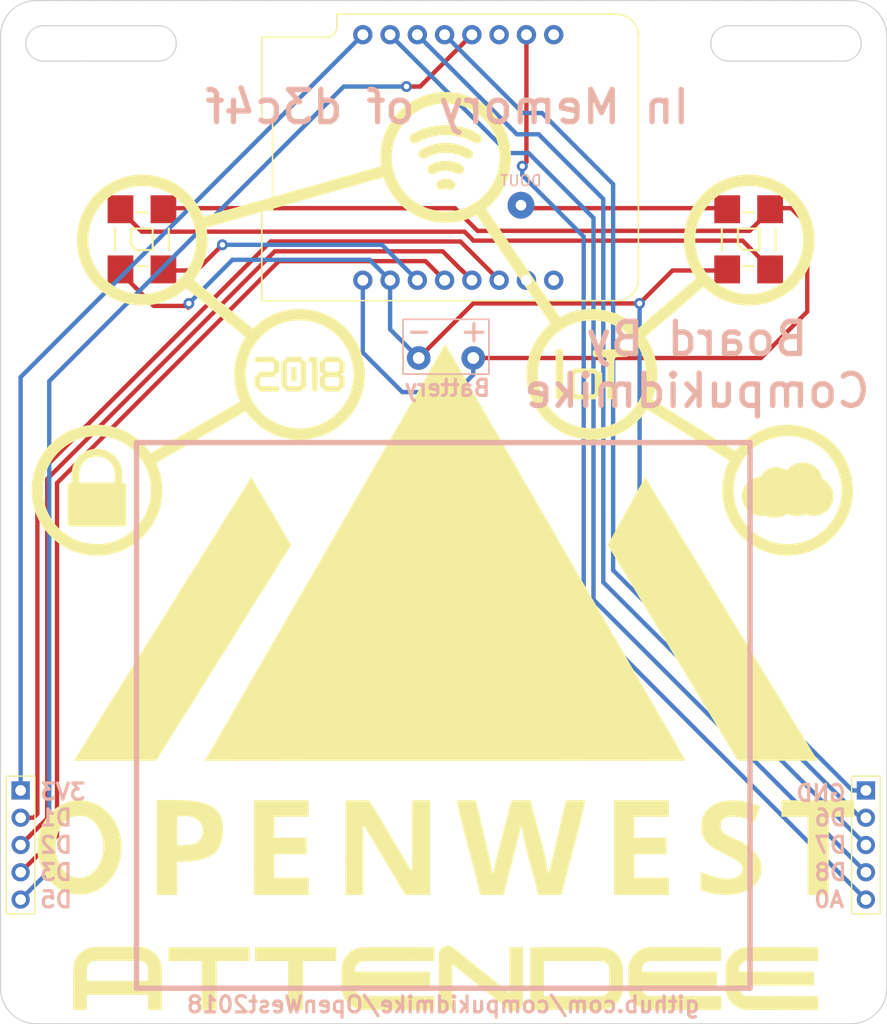
<source format=kicad_pcb>
(kicad_pcb (version 4) (host pcbnew 4.0.7)
  (layers (0 F.Cu signal) (31 B.Cu signal) (34 B.Paste user) (35 F.Paste user) (36 B.SilkS user) (37 F.SilkS user) (38 B.Mask user) (39 F.Mask user) (44 Edge.Cuts user))
  (net 0 "")
  (net 1 +BATT)
  (net 2 GND)
  (net 3 +3V3)
  (net 4 D1)
  (net 5 D2)
  (net 6 D3)
  (net 7 D5)
  (net 8 D6)
  (net 9 D7)
  (net 10 D8)
  (net 11 A0)
  (net 12 "Net-(U1-Pad11)")
  (net 13 "Net-(U1-Pad7)")
  (net 14 "Net-(U1-Pad8)")
  (net 15 "Net-(LED1-Pad2)")
  (net 16 "Net-(LED1-Pad4)")
  (net 17 "Net-(DOUT1-Pad1)")
  (module WS2812b-HandSolder:WS2812B (layer F.Cu) (at 132.588 69.977)
    (fp_text reference LED1 hide)
    (fp_text value WS2812B hide)
    (pad 1 smd rect (at 2 -2.8) (size 2.4 2.6) (layers F.Cu F.Paste F.Mask) (net 1 +BATT))
    (pad 2 smd rect (at -2 -2.8) (size 2.4 2.6) (layers F.Cu F.Paste F.Mask) (net 15 "Net-(LED1-Pad2)"))
    (pad 3 smd rect (at -2 2.8) (size 2.4 2.6) (layers F.Cu F.Paste F.Mask) (net 2 GND))
    (pad 4 smd rect (at 2 2.8) (size 2.4 2.6) (layers F.Cu F.Paste F.Mask) (net 16 "Net-(LED1-Pad4)"))
  )
  (module WS2812b-HandSolder:WS2812B (layer F.Cu) (at 189.103 69.977)
    (fp_text reference LED2 hide)
    (fp_text value WS2812B hide)
    (pad 1 smd rect (at 2 -2.8) (size 2.4 2.6) (layers F.Cu F.Paste F.Mask) (net 1 +BATT))
    (pad 2 smd rect (at -2 -2.8) (size 2.4 2.6) (layers F.Cu F.Paste F.Mask) (net 17 "Net-(DOUT1-Pad1)"))
    (pad 3 smd rect (at -2 2.8) (size 2.4 2.6) (layers F.Cu F.Paste F.Mask) (net 2 GND))
    (pad 4 smd rect (at 2 2.8) (size 2.4 2.6) (layers F.Cu F.Paste F.Mask) (net 15 "Net-(LED1-Pad2)"))
  )
  (module OpenWest2018:BadgeOutline (layer F.Cu) (at 160.655 99.06)
    (fp_text reference G*** hide)
    (fp_text value LOGO hide)
  )
  (module Socket_Strips:Socket_Strip_Straight_1x05_Pitch2.54mm (layer F.Cu) (at 121.285 121.285)
    (fp_text reference J1 hide)
    (fp_text value Conn_01x05)
    (pad 1 thru_hole rect (at 0 0) (size 1.7 1.7) (drill 1) (layers *.Cu *.Mask) (net 3 +3V3))
    (pad 2 thru_hole oval (at 0 2.54) (size 1.7 1.7) (drill 1) (layers *.Cu *.Mask) (net 4 D1))
    (pad 3 thru_hole oval (at 0 5.08) (size 1.7 1.7) (drill 1) (layers *.Cu *.Mask) (net 5 D2))
    (pad 4 thru_hole oval (at 0 7.62) (size 1.7 1.7) (drill 1) (layers *.Cu *.Mask) (net 6 D3))
    (pad 5 thru_hole oval (at 0 10.16) (size 1.7 1.7) (drill 1) (layers *.Cu *.Mask) (net 7 D5))
  )
  (module Socket_Strips:Socket_Strip_Straight_1x05_Pitch2.54mm (layer F.Cu) (at 200.025 121.285)
    (fp_text reference J2 hide)
    (fp_text value Conn_01x05)
    (pad 1 thru_hole rect (at 0 0) (size 1.7 1.7) (drill 1) (layers *.Cu *.Mask) (net 2 GND))
    (pad 2 thru_hole oval (at 0 2.54) (size 1.7 1.7) (drill 1) (layers *.Cu *.Mask) (net 8 D6))
    (pad 3 thru_hole oval (at 0 5.08) (size 1.7 1.7) (drill 1) (layers *.Cu *.Mask) (net 9 D7))
    (pad 4 thru_hole oval (at 0 7.62) (size 1.7 1.7) (drill 1) (layers *.Cu *.Mask) (net 10 D8))
    (pad 5 thru_hole oval (at 0 10.16) (size 1.7 1.7) (drill 1) (layers *.Cu *.Mask) (net 11 A0))
  )
  (module wemos-d1-mini:wemos-d1-mini-with-pin-header-and-connector (layer F.Cu) (at 162.052 62.357)
    (fp_text reference U1 hide)
    (fp_text value WeMos_mini)
    (pad 16 thru_hole circle (at -8.89 -11.43) (size 1.8 1.8) (drill 1.016) (layers *.Cu *.Mask) (net 3 +3V3))
    (pad 1 thru_hole circle (at -8.89 11.43) (size 1.8 1.8) (drill 1.016) (layers *.Cu *.Mask) (net 1 +BATT))
    (pad 15 thru_hole circle (at -6.35 -11.43) (size 1.8 1.8) (drill 1.016) (layers *.Cu *.Mask) (net 10 D8))
    (pad 2 thru_hole circle (at -6.35 11.43) (size 1.8 1.8) (drill 1.016) (layers *.Cu *.Mask) (net 2 GND))
    (pad 14 thru_hole circle (at -3.81 -11.43) (size 1.8 1.8) (drill 1.016) (layers *.Cu *.Mask) (net 9 D7))
    (pad 3 thru_hole circle (at -3.81 11.43) (size 1.8 1.8) (drill 1.016) (layers *.Cu *.Mask) (net 16 "Net-(LED1-Pad4)"))
    (pad 13 thru_hole circle (at -1.27 -11.43) (size 1.8 1.8) (drill 1.016) (layers *.Cu *.Mask) (net 8 D6))
    (pad 4 thru_hole circle (at -1.27 11.43) (size 1.8 1.8) (drill 1.016) (layers *.Cu *.Mask) (net 6 D3))
    (pad 12 thru_hole circle (at 1.27 -11.43) (size 1.8 1.8) (drill 1.016) (layers *.Cu *.Mask) (net 7 D5))
    (pad 5 thru_hole circle (at 1.27 11.43) (size 1.8 1.8) (drill 1.016) (layers *.Cu *.Mask) (net 5 D2))
    (pad 11 thru_hole circle (at 3.81 -11.43) (size 1.8 1.8) (drill 1.016) (layers *.Cu *.Mask) (net 12 "Net-(U1-Pad11)"))
    (pad 6 thru_hole circle (at 3.81 11.43) (size 1.8 1.8) (drill 1.016) (layers *.Cu *.Mask) (net 4 D1))
    (pad 10 thru_hole circle (at 6.35 -11.43) (size 1.8 1.8) (drill 1.016) (layers *.Cu *.Mask) (net 11 A0))
    (pad 7 thru_hole circle (at 6.35 11.43) (size 1.8 1.8) (drill 1.016) (layers *.Cu *.Mask) (net 13 "Net-(U1-Pad7)"))
    (pad 9 thru_hole circle (at 8.89 -11.43) (size 1.8 1.8) (drill 1.016) (layers *.Cu *.Mask) (net 12 "Net-(U1-Pad11)"))
    (pad 8 thru_hole circle (at 8.89 11.43) (size 1.8 1.8) (drill 1.016) (layers *.Cu *.Mask) (net 14 "Net-(U1-Pad8)"))
  )
  (module Battery-WireConn:Battery-WireConn (layer B.Cu) (at 160.909 81.026 180)
    (fp_text reference BT1 hide)
    (fp_text value Battery)
    (pad 1 thru_hole circle (at -2.54 0 180) (size 2.2 2.2) (drill 1.1) (layers *.Cu *.Mask) (net 1 +BATT))
    (pad 2 thru_hole circle (at 2.54 0 180) (size 2.2 2.2) (drill 1.1) (layers *.Cu *.Mask) (net 2 GND))
  )
  (module Wire_Pads:SolderWirePad_single_1mmDrill (layer B.Cu) (at 167.894 66.802)
    (fp_text reference DOUT (at 0 -2.286) (layer B.SilkS) (effects (justify mirror)))
    (fp_text value TEST)
    (pad 1 thru_hole circle (at 0 0) (size 2.49936 2.49936) (drill 1.00076) (layers *.Cu *.Mask) (net 17 "Net-(DOUT1-Pad1)"))
  )
  (gr_text "In Memory of d3c4f" (at 161.036 57.658) (layer B.SilkS) (effects (font (size 3 3) (thickness 0.5)) (justify mirror)))
  (gr_text "Board By\nCompukidmike" (at 184.277 81.661) (layer B.SilkS) (effects (font (size 3 3) (thickness 0.5)) (justify mirror)))
  (gr_text D5 (at 124.587 131.445) (layer B.SilkS) (effects (font (size 1.5 1.5) (thickness 0.3)) (justify mirror)))
  (gr_text D3 (at 124.587 128.905) (layer B.SilkS) (effects (font (size 1.5 1.5) (thickness 0.3)) (justify mirror)))
  (gr_text D2 (at 124.587 126.365) (layer B.SilkS) (effects (font (size 1.5 1.5) (thickness 0.3)) (justify mirror)))
  (gr_text D1 (at 124.587 123.825) (layer B.SilkS) (effects (font (size 1.5 1.5) (thickness 0.3)) (justify mirror)))
  (gr_text 3V3 (at 125.222 121.412) (layer B.SilkS) (effects (font (size 1.5 1.5) (thickness 0.3)) (justify mirror)))
  (gr_text A0 (at 196.596 131.445) (layer B.SilkS) (effects (font (size 1.5 1.5) (thickness 0.3)) (justify mirror)))
  (gr_text D8 (at 196.723 128.905) (layer B.SilkS) (effects (font (size 1.5 1.5) (thickness 0.3)) (justify mirror)))
  (gr_text D7 (at 196.723 126.365) (layer B.SilkS) (effects (font (size 1.5 1.5) (thickness 0.3)) (justify mirror)))
  (gr_text D6 (at 196.723 123.825) (layer B.SilkS) (effects (font (size 1.5 1.5) (thickness 0.3)) (justify mirror)))
  (gr_text GND (at 195.834 121.539) (layer B.SilkS) (effects (font (size 1.5 1.5) (thickness 0.3)) (justify mirror)))
  (gr_text github.com/compukidmike/OpenWest2018 (at 160.655 141.224) (layer B.SilkS) (effects (font (size 1.5 1.5) (thickness 0.3)) (justify mirror)))
  (gr_text Battery (at 161.036 83.82) (layer B.SilkS) (effects (font (size 1.5 1.5) (thickness 0.3)) (justify mirror)))
  (gr_line (start 132.08 88.9) (end 132.08 139.7) (layer B.SilkS) (width 0.508))
  (gr_line (start 189.23 88.9) (end 132.08 88.9) (layer B.SilkS) (width 0.508))
  (gr_line (start 189.23 139.7) (end 189.23 88.9) (layer B.SilkS) (width 0.508))
  (gr_line (start 132.08 139.7) (end 189.23 139.7) (layer B.SilkS) (width 0.508))
  (gr_line (start 187.137329 50.087697) (end 187.224559 50.0854) (layer Edge.Cuts) (width 0.1))
  (gr_line (start 187.051245 50.094509) (end 187.137329 50.087697) (layer Edge.Cuts) (width 0.1))
  (gr_line (start 186.966424 50.105721) (end 187.051245 50.094509) (layer Edge.Cuts) (width 0.1))
  (gr_line (start 186.882982 50.121217) (end 186.966424 50.105721) (layer Edge.Cuts) (width 0.1))
  (gr_line (start 186.801034 50.14088) (end 186.882982 50.121217) (layer Edge.Cuts) (width 0.1))
  (gr_line (start 186.720698 50.164594) (end 186.801034 50.14088) (layer Edge.Cuts) (width 0.1))
  (gr_line (start 186.642089 50.192243) (end 186.720698 50.164594) (layer Edge.Cuts) (width 0.1))
  (gr_line (start 162.525777 47.7454) (end 166.184018 47.7454) (layer Edge.Cuts) (width 0.1))
  (gr_line (start 158.852241 47.7454) (end 162.525777 47.7454) (layer Edge.Cuts) (width 0.1))
  (gr_line (start 155.194 47.7454) (end 158.852241 47.7454) (layer Edge.Cuts) (width 0.1))
  (gr_line (start 151.581646 47.7454) (end 155.194 47.7454) (layer Edge.Cuts) (width 0.1))
  (gr_line (start 148.045772 47.7454) (end 151.581646 47.7454) (layer Edge.Cuts) (width 0.1))
  (gr_line (start 144.616968 47.7454) (end 148.045772 47.7454) (layer Edge.Cuts) (width 0.1))
  (gr_line (start 141.325825 47.7454) (end 144.616968 47.7454) (layer Edge.Cuts) (width 0.1))
  (gr_line (start 138.202937 47.7454) (end 141.325825 47.7454) (layer Edge.Cuts) (width 0.1))
  (gr_line (start 135.278893 47.7454) (end 138.202937 47.7454) (layer Edge.Cuts) (width 0.1))
  (gr_line (start 132.584287 47.7454) (end 135.278893 47.7454) (layer Edge.Cuts) (width 0.1))
  (gr_line (start 130.149708 47.7454) (end 132.584287 47.7454) (layer Edge.Cuts) (width 0.1))
  (gr_line (start 128.00575 47.7454) (end 130.149708 47.7454) (layer Edge.Cuts) (width 0.1))
  (gr_line (start 126.183003 47.7454) (end 128.00575 47.7454) (layer Edge.Cuts) (width 0.1))
  (gr_line (start 124.712058 47.7454) (end 126.183003 47.7454) (layer Edge.Cuts) (width 0.1))
  (gr_line (start 122.947945 47.7454) (end 123.623509 47.7454) (layer Edge.Cuts) (width 0.1))
  (gr_line (start 123.623509 47.7454) (end 124.712058 47.7454) (layer Edge.Cuts) (width 0.1))
  (gr_line (start 122.715959 47.7454) (end 122.947945 47.7454) (layer Edge.Cuts) (width 0.1))
  (gr_line (start 120.442591 48.65811) (end 120.563966 48.548074) (layer Edge.Cuts) (width 0.1))
  (gr_line (start 120.326769 48.773932) (end 120.442591 48.65811) (layer Edge.Cuts) (width 0.1))
  (gr_line (start 120.216733 48.895307) (end 120.326769 48.773932) (layer Edge.Cuts) (width 0.1))
  (gr_line (start 120.112716 49.022002) (end 120.216733 48.895307) (layer Edge.Cuts) (width 0.1))
  (gr_line (start 120.01495 49.153785) (end 120.112716 49.022002) (layer Edge.Cuts) (width 0.1))
  (gr_line (start 119.923667 49.290422) (end 120.01495 49.153785) (layer Edge.Cuts) (width 0.1))
  (gr_line (start 119.839101 49.431682) (end 119.923667 49.290422) (layer Edge.Cuts) (width 0.1))
  (gr_line (start 119.761485 49.577331) (end 119.839101 49.431682) (layer Edge.Cuts) (width 0.1))
  (gr_line (start 119.691051 49.727137) (end 119.761485 49.577331) (layer Edge.Cuts) (width 0.1))
  (gr_line (start 119.628031 49.880867) (end 119.691051 49.727137) (layer Edge.Cuts) (width 0.1))
  (gr_line (start 119.57266 50.038288) (end 119.628031 49.880867) (layer Edge.Cuts) (width 0.1))
  (gr_line (start 119.525168 50.199168) (end 119.57266 50.038288) (layer Edge.Cuts) (width 0.1))
  (gr_line (start 119.485789 50.363274) (end 119.525168 50.199168) (layer Edge.Cuts) (width 0.1))
  (gr_line (start 119.454756 50.530372) (end 119.485789 50.363274) (layer Edge.Cuts) (width 0.1))
  (gr_line (start 119.432302 50.700232) (end 119.454756 50.530372) (layer Edge.Cuts) (width 0.1))
  (gr_line (start 119.418659 50.872618) (end 119.432302 50.700232) (layer Edge.Cuts) (width 0.1))
  (gr_line (start 119.414059 51.0473) (end 119.418659 50.872618) (layer Edge.Cuts) (width 0.1))
  (gr_line (start 119.414059 51.3181) (end 119.414059 51.0473) (layer Edge.Cuts) (width 0.1))
  (gr_line (start 119.414059 52.106694) (end 119.414059 51.3181) (layer Edge.Cuts) (width 0.1))
  (gr_line (start 119.414059 53.377371) (end 119.414059 52.106694) (layer Edge.Cuts) (width 0.1))
  (gr_line (start 119.414059 55.094422) (end 119.414059 53.377371) (layer Edge.Cuts) (width 0.1))
  (gr_line (start 119.414059 57.222137) (end 119.414059 55.094422) (layer Edge.Cuts) (width 0.1))
  (gr_line (start 119.414059 59.724805) (end 119.414059 57.222137) (layer Edge.Cuts) (width 0.1))
  (gr_line (start 119.414059 62.566718) (end 119.414059 59.724805) (layer Edge.Cuts) (width 0.1))
  (gr_line (start 119.414059 65.712165) (end 119.414059 62.566718) (layer Edge.Cuts) (width 0.1))
  (gr_line (start 119.414059 69.125436) (end 119.414059 65.712165) (layer Edge.Cuts) (width 0.1))
  (gr_line (start 119.414059 72.770822) (end 119.414059 69.125436) (layer Edge.Cuts) (width 0.1))
  (gr_line (start 119.414059 76.612612) (end 119.414059 72.770822) (layer Edge.Cuts) (width 0.1))
  (gr_line (start 119.414059 80.615096) (end 119.414059 76.612612) (layer Edge.Cuts) (width 0.1))
  (gr_line (start 119.414059 84.742565) (end 119.414059 80.615096) (layer Edge.Cuts) (width 0.1))
  (gr_line (start 119.414059 88.959309) (end 119.414059 84.742565) (layer Edge.Cuts) (width 0.1))
  (gr_line (start 185.74924 52.468241) (end 185.71407 52.393436) (layer Edge.Cuts) (width 0.1))
  (gr_line (start 185.787997 52.540971) (end 185.74924 52.468241) (layer Edge.Cuts) (width 0.1))
  (gr_line (start 185.830223 52.611509) (end 185.787997 52.540971) (layer Edge.Cuts) (width 0.1))
  (gr_line (start 185.875804 52.679739) (end 185.830223 52.611509) (layer Edge.Cuts) (width 0.1))
  (gr_line (start 185.924623 52.745544) (end 185.875804 52.679739) (layer Edge.Cuts) (width 0.1))
  (gr_line (start 185.976563 52.808809) (end 185.924623 52.745544) (layer Edge.Cuts) (width 0.1))
  (gr_line (start 186.031508 52.869416) (end 185.976563 52.808809) (layer Edge.Cuts) (width 0.1))
  (gr_line (start 186.089343 52.927251) (end 186.031508 52.869416) (layer Edge.Cuts) (width 0.1))
  (gr_line (start 186.14995 52.982196) (end 186.089343 52.927251) (layer Edge.Cuts) (width 0.1))
  (gr_line (start 186.213215 53.034136) (end 186.14995 52.982196) (layer Edge.Cuts) (width 0.1))
  (gr_line (start 186.27902 53.082955) (end 186.213215 53.034136) (layer Edge.Cuts) (width 0.1))
  (gr_line (start 186.34725 53.128536) (end 186.27902 53.082955) (layer Edge.Cuts) (width 0.1))
  (gr_line (start 186.417788 53.170762) (end 186.34725 53.128536) (layer Edge.Cuts) (width 0.1))
  (gr_line (start 186.490518 53.209519) (end 186.417788 53.170762) (layer Edge.Cuts) (width 0.1))
  (gr_line (start 186.565323 53.244689) (end 186.490518 53.209519) (layer Edge.Cuts) (width 0.1))
  (gr_line (start 186.642089 53.276157) (end 186.565323 53.244689) (layer Edge.Cuts) (width 0.1))
  (gr_line (start 186.720698 53.303806) (end 186.642089 53.276157) (layer Edge.Cuts) (width 0.1))
  (gr_line (start 186.801034 53.32752) (end 186.720698 53.303806) (layer Edge.Cuts) (width 0.1))
  (gr_line (start 186.882982 53.347183) (end 186.801034 53.32752) (layer Edge.Cuts) (width 0.1))
  (gr_line (start 186.966424 53.362679) (end 186.882982 53.347183) (layer Edge.Cuts) (width 0.1))
  (gr_line (start 187.051245 53.373891) (end 186.966424 53.362679) (layer Edge.Cuts) (width 0.1))
  (gr_line (start 187.137329 53.380703) (end 187.051245 53.373891) (layer Edge.Cuts) (width 0.1))
  (gr_line (start 187.224559 53.383) (end 187.137329 53.380703) (layer Edge.Cuts) (width 0.1))
  (gr_line (start 187.257296 53.383) (end 187.224559 53.383) (layer Edge.Cuts) (width 0.1))
  (gr_line (start 187.352629 53.383) (end 187.257296 53.383) (layer Edge.Cuts) (width 0.1))
  (gr_line (start 187.50624 53.383) (end 187.352629 53.383) (layer Edge.Cuts) (width 0.1))
  (gr_line (start 187.713814 53.383) (end 187.50624 53.383) (layer Edge.Cuts) (width 0.1))
  (gr_line (start 187.971032 53.383) (end 187.713814 53.383) (layer Edge.Cuts) (width 0.1))
  (gr_line (start 188.273579 53.383) (end 187.971032 53.383) (layer Edge.Cuts) (width 0.1))
  (gr_line (start 188.617137 53.383) (end 188.273579 53.383) (layer Edge.Cuts) (width 0.1))
  (gr_line (start 188.997388 53.383) (end 188.617137 53.383) (layer Edge.Cuts) (width 0.1))
  (gr_line (start 189.410017 53.383) (end 188.997388 53.383) (layer Edge.Cuts) (width 0.1))
  (gr_line (start 189.850706 53.383) (end 189.410017 53.383) (layer Edge.Cuts) (width 0.1))
  (gr_line (start 190.315139 53.383) (end 189.850706 53.383) (layer Edge.Cuts) (width 0.1))
  (gr_line (start 190.798998 53.383) (end 190.315139 53.383) (layer Edge.Cuts) (width 0.1))
  (gr_line (start 191.297966 53.383) (end 190.798998 53.383) (layer Edge.Cuts) (width 0.1))
  (gr_line (start 191.807726 53.383) (end 191.297966 53.383) (layer Edge.Cuts) (width 0.1))
  (gr_line (start 192.323962 53.383) (end 191.807726 53.383) (layer Edge.Cuts) (width 0.1))
  (gr_line (start 192.842356 53.383) (end 192.323962 53.383) (layer Edge.Cuts) (width 0.1))
  (gr_line (start 193.358592 53.383) (end 192.842356 53.383) (layer Edge.Cuts) (width 0.1))
  (gr_line (start 193.868352 53.383) (end 193.358592 53.383) (layer Edge.Cuts) (width 0.1))
  (gr_line (start 194.36732 53.383) (end 193.868352 53.383) (layer Edge.Cuts) (width 0.1))
  (gr_line (start 194.851179 53.383) (end 194.36732 53.383) (layer Edge.Cuts) (width 0.1))
  (gr_line (start 195.315612 53.383) (end 194.851179 53.383) (layer Edge.Cuts) (width 0.1))
  (gr_line (start 195.756301 53.383) (end 195.315612 53.383) (layer Edge.Cuts) (width 0.1))
  (gr_line (start 196.16893 53.383) (end 195.756301 53.383) (layer Edge.Cuts) (width 0.1))
  (gr_line (start 196.549181 53.383) (end 196.16893 53.383) (layer Edge.Cuts) (width 0.1))
  (gr_line (start 196.892739 53.383) (end 196.549181 53.383) (layer Edge.Cuts) (width 0.1))
  (gr_line (start 197.195286 53.383) (end 196.892739 53.383) (layer Edge.Cuts) (width 0.1))
  (gr_line (start 197.452504 53.383) (end 197.195286 53.383) (layer Edge.Cuts) (width 0.1))
  (gr_line (start 197.660078 53.383) (end 197.452504 53.383) (layer Edge.Cuts) (width 0.1))
  (gr_line (start 197.813689 53.383) (end 197.660078 53.383) (layer Edge.Cuts) (width 0.1))
  (gr_line (start 197.909022 53.383) (end 197.813689 53.383) (layer Edge.Cuts) (width 0.1))
  (gr_line (start 197.941759 53.383) (end 197.909022 53.383) (layer Edge.Cuts) (width 0.1))
  (gr_line (start 198.028989 53.380703) (end 197.941759 53.383) (layer Edge.Cuts) (width 0.1))
  (gr_line (start 198.115073 53.373891) (end 198.028989 53.380703) (layer Edge.Cuts) (width 0.1))
  (gr_line (start 198.199894 53.362679) (end 198.115073 53.373891) (layer Edge.Cuts) (width 0.1))
  (gr_line (start 198.283336 53.347183) (end 198.199894 53.362679) (layer Edge.Cuts) (width 0.1))
  (gr_line (start 198.365284 53.32752) (end 198.283336 53.347183) (layer Edge.Cuts) (width 0.1))
  (gr_line (start 198.44562 53.303806) (end 198.365284 53.32752) (layer Edge.Cuts) (width 0.1))
  (gr_line (start 198.524229 53.276157) (end 198.44562 53.303806) (layer Edge.Cuts) (width 0.1))
  (gr_line (start 198.600995 53.244689) (end 198.524229 53.276157) (layer Edge.Cuts) (width 0.1))
  (gr_line (start 198.6758 53.209519) (end 198.600995 53.244689) (layer Edge.Cuts) (width 0.1))
  (gr_line (start 200.935427 142.08929) (end 200.814052 142.199326) (layer Edge.Cuts) (width 0.1))
  (gr_line (start 201.051249 141.973468) (end 200.935427 142.08929) (layer Edge.Cuts) (width 0.1))
  (gr_line (start 201.161285 141.852093) (end 201.051249 141.973468) (layer Edge.Cuts) (width 0.1))
  (gr_line (start 201.265302 141.725398) (end 201.161285 141.852093) (layer Edge.Cuts) (width 0.1))
  (gr_line (start 201.363068 141.593615) (end 201.265302 141.725398) (layer Edge.Cuts) (width 0.1))
  (gr_line (start 201.454351 141.456978) (end 201.363068 141.593615) (layer Edge.Cuts) (width 0.1))
  (gr_line (start 201.538917 141.315718) (end 201.454351 141.456978) (layer Edge.Cuts) (width 0.1))
  (gr_line (start 201.616533 141.170069) (end 201.538917 141.315718) (layer Edge.Cuts) (width 0.1))
  (gr_line (start 201.686967 141.020263) (end 201.616533 141.170069) (layer Edge.Cuts) (width 0.1))
  (gr_line (start 201.749987 140.866533) (end 201.686967 141.020263) (layer Edge.Cuts) (width 0.1))
  (gr_line (start 201.805358 140.709112) (end 201.749987 140.866533) (layer Edge.Cuts) (width 0.1))
  (gr_line (start 201.85285 140.548232) (end 201.805358 140.709112) (layer Edge.Cuts) (width 0.1))
  (gr_line (start 201.892229 140.384126) (end 201.85285 140.548232) (layer Edge.Cuts) (width 0.1))
  (gr_line (start 201.923262 140.217028) (end 201.892229 140.384126) (layer Edge.Cuts) (width 0.1))
  (gr_line (start 201.945716 140.047168) (end 201.923262 140.217028) (layer Edge.Cuts) (width 0.1))
  (gr_line (start 201.959359 139.874782) (end 201.945716 140.047168) (layer Edge.Cuts) (width 0.1))
  (gr_line (start 201.963959 139.7001) (end 201.959359 139.874782) (layer Edge.Cuts) (width 0.1))
  (gr_line (start 201.963959 139.4293) (end 201.963959 139.7001) (layer Edge.Cuts) (width 0.1))
  (gr_line (start 201.963959 138.640706) (end 201.963959 139.4293) (layer Edge.Cuts) (width 0.1))
  (gr_line (start 201.963959 137.370029) (end 201.963959 138.640706) (layer Edge.Cuts) (width 0.1))
  (gr_line (start 201.963959 135.652978) (end 201.963959 137.370029) (layer Edge.Cuts) (width 0.1))
  (gr_line (start 201.963959 133.525263) (end 201.963959 135.652978) (layer Edge.Cuts) (width 0.1))
  (gr_line (start 201.963959 131.022595) (end 201.963959 133.525263) (layer Edge.Cuts) (width 0.1))
  (gr_line (start 201.963959 128.180682) (end 201.963959 131.022595) (layer Edge.Cuts) (width 0.1))
  (gr_line (start 201.963959 125.035235) (end 201.963959 128.180682) (layer Edge.Cuts) (width 0.1))
  (gr_line (start 201.963959 121.621964) (end 201.963959 125.035235) (layer Edge.Cuts) (width 0.1))
  (gr_line (start 201.963959 117.976578) (end 201.963959 121.621964) (layer Edge.Cuts) (width 0.1))
  (gr_line (start 201.963959 114.134788) (end 201.963959 117.976578) (layer Edge.Cuts) (width 0.1))
  (gr_line (start 201.963959 110.132304) (end 201.963959 114.134788) (layer Edge.Cuts) (width 0.1))
  (gr_line (start 201.963959 106.004835) (end 201.963959 110.132304) (layer Edge.Cuts) (width 0.1))
  (gr_line (start 201.963959 101.788091) (end 201.963959 106.004835) (layer Edge.Cuts) (width 0.1))
  (gr_line (start 122.119423 52.745544) (end 122.070604 52.679739) (layer Edge.Cuts) (width 0.1))
  (gr_line (start 122.171363 52.808809) (end 122.119423 52.745544) (layer Edge.Cuts) (width 0.1))
  (gr_line (start 122.226308 52.869416) (end 122.171363 52.808809) (layer Edge.Cuts) (width 0.1))
  (gr_line (start 122.284143 52.927251) (end 122.226308 52.869416) (layer Edge.Cuts) (width 0.1))
  (gr_line (start 122.34475 52.982196) (end 122.284143 52.927251) (layer Edge.Cuts) (width 0.1))
  (gr_line (start 122.408015 53.034136) (end 122.34475 52.982196) (layer Edge.Cuts) (width 0.1))
  (gr_line (start 122.47382 53.082955) (end 122.408015 53.034136) (layer Edge.Cuts) (width 0.1))
  (gr_line (start 122.54205 53.128536) (end 122.47382 53.082955) (layer Edge.Cuts) (width 0.1))
  (gr_line (start 122.612588 53.170762) (end 122.54205 53.128536) (layer Edge.Cuts) (width 0.1))
  (gr_line (start 122.685318 53.209519) (end 122.612588 53.170762) (layer Edge.Cuts) (width 0.1))
  (gr_line (start 122.760123 53.244689) (end 122.685318 53.209519) (layer Edge.Cuts) (width 0.1))
  (gr_line (start 122.836889 53.276157) (end 122.760123 53.244689) (layer Edge.Cuts) (width 0.1))
  (gr_line (start 122.915498 53.303806) (end 122.836889 53.276157) (layer Edge.Cuts) (width 0.1))
  (gr_line (start 122.995834 53.32752) (end 122.915498 53.303806) (layer Edge.Cuts) (width 0.1))
  (gr_line (start 123.077782 53.347183) (end 122.995834 53.32752) (layer Edge.Cuts) (width 0.1))
  (gr_line (start 123.161224 53.362679) (end 123.077782 53.347183) (layer Edge.Cuts) (width 0.1))
  (gr_line (start 123.246045 53.373891) (end 123.161224 53.362679) (layer Edge.Cuts) (width 0.1))
  (gr_line (start 123.332129 53.380703) (end 123.246045 53.373891) (layer Edge.Cuts) (width 0.1))
  (gr_line (start 123.419359 53.383) (end 123.332129 53.380703) (layer Edge.Cuts) (width 0.1))
  (gr_line (start 123.452096 53.383) (end 123.419359 53.383) (layer Edge.Cuts) (width 0.1))
  (gr_line (start 123.547429 53.383) (end 123.452096 53.383) (layer Edge.Cuts) (width 0.1))
  (gr_line (start 123.70104 53.383) (end 123.547429 53.383) (layer Edge.Cuts) (width 0.1))
  (gr_line (start 123.908614 53.383) (end 123.70104 53.383) (layer Edge.Cuts) (width 0.1))
  (gr_line (start 124.165832 53.383) (end 123.908614 53.383) (layer Edge.Cuts) (width 0.1))
  (gr_line (start 124.468379 53.383) (end 124.165832 53.383) (layer Edge.Cuts) (width 0.1))
  (gr_line (start 124.811937 53.383) (end 124.468379 53.383) (layer Edge.Cuts) (width 0.1))
  (gr_line (start 125.192188 53.383) (end 124.811937 53.383) (layer Edge.Cuts) (width 0.1))
  (gr_line (start 125.604817 53.383) (end 125.192188 53.383) (layer Edge.Cuts) (width 0.1))
  (gr_line (start 126.045506 53.383) (end 125.604817 53.383) (layer Edge.Cuts) (width 0.1))
  (gr_line (start 126.509939 53.383) (end 126.045506 53.383) (layer Edge.Cuts) (width 0.1))
  (gr_line (start 126.993798 53.383) (end 126.509939 53.383) (layer Edge.Cuts) (width 0.1))
  (gr_line (start 127.492766 53.383) (end 126.993798 53.383) (layer Edge.Cuts) (width 0.1))
  (gr_line (start 128.002526 53.383) (end 127.492766 53.383) (layer Edge.Cuts) (width 0.1))
  (gr_line (start 128.518762 53.383) (end 128.002526 53.383) (layer Edge.Cuts) (width 0.1))
  (gr_line (start 129.037156 53.383) (end 128.518762 53.383) (layer Edge.Cuts) (width 0.1))
  (gr_line (start 129.553392 53.383) (end 129.037156 53.383) (layer Edge.Cuts) (width 0.1))
  (gr_line (start 130.063152 53.383) (end 129.553392 53.383) (layer Edge.Cuts) (width 0.1))
  (gr_line (start 130.56212 53.383) (end 130.063152 53.383) (layer Edge.Cuts) (width 0.1))
  (gr_line (start 131.045979 53.383) (end 130.56212 53.383) (layer Edge.Cuts) (width 0.1))
  (gr_line (start 131.510412 53.383) (end 131.045979 53.383) (layer Edge.Cuts) (width 0.1))
  (gr_line (start 131.951101 53.383) (end 131.510412 53.383) (layer Edge.Cuts) (width 0.1))
  (gr_line (start 132.36373 53.383) (end 131.951101 53.383) (layer Edge.Cuts) (width 0.1))
  (gr_line (start 132.743981 53.383) (end 132.36373 53.383) (layer Edge.Cuts) (width 0.1))
  (gr_line (start 133.087539 53.383) (end 132.743981 53.383) (layer Edge.Cuts) (width 0.1))
  (gr_line (start 133.390086 53.383) (end 133.087539 53.383) (layer Edge.Cuts) (width 0.1))
  (gr_line (start 133.647304 53.383) (end 133.390086 53.383) (layer Edge.Cuts) (width 0.1))
  (gr_line (start 133.854878 53.383) (end 133.647304 53.383) (layer Edge.Cuts) (width 0.1))
  (gr_line (start 134.008489 53.383) (end 133.854878 53.383) (layer Edge.Cuts) (width 0.1))
  (gr_line (start 134.103822 53.383) (end 134.008489 53.383) (layer Edge.Cuts) (width 0.1))
  (gr_line (start 134.136559 53.383) (end 134.103822 53.383) (layer Edge.Cuts) (width 0.1))
  (gr_line (start 134.223789 53.380703) (end 134.136559 53.383) (layer Edge.Cuts) (width 0.1))
  (gr_line (start 134.309873 53.373891) (end 134.223789 53.380703) (layer Edge.Cuts) (width 0.1))
  (gr_line (start 134.394694 53.362679) (end 134.309873 53.373891) (layer Edge.Cuts) (width 0.1))
  (gr_line (start 134.478136 53.347183) (end 134.394694 53.362679) (layer Edge.Cuts) (width 0.1))
  (gr_line (start 134.560084 53.32752) (end 134.478136 53.347183) (layer Edge.Cuts) (width 0.1))
  (gr_line (start 134.64042 53.303806) (end 134.560084 53.32752) (layer Edge.Cuts) (width 0.1))
  (gr_line (start 134.719029 53.276157) (end 134.64042 53.303806) (layer Edge.Cuts) (width 0.1))
  (gr_line (start 134.795795 53.244689) (end 134.719029 53.276157) (layer Edge.Cuts) (width 0.1))
  (gr_line (start 134.8706 53.209519) (end 134.795795 53.244689) (layer Edge.Cuts) (width 0.1))
  (gr_line (start 134.94333 53.170762) (end 134.8706 53.209519) (layer Edge.Cuts) (width 0.1))
  (gr_line (start 135.013868 53.128536) (end 134.94333 53.170762) (layer Edge.Cuts) (width 0.1))
  (gr_line (start 135.082098 53.082955) (end 135.013868 53.128536) (layer Edge.Cuts) (width 0.1))
  (gr_line (start 135.147903 53.034136) (end 135.082098 53.082955) (layer Edge.Cuts) (width 0.1))
  (gr_line (start 198.74853 53.170762) (end 198.6758 53.209519) (layer Edge.Cuts) (width 0.1))
  (gr_line (start 198.819068 53.128536) (end 198.74853 53.170762) (layer Edge.Cuts) (width 0.1))
  (gr_line (start 198.887298 53.082955) (end 198.819068 53.128536) (layer Edge.Cuts) (width 0.1))
  (gr_line (start 198.953103 53.034136) (end 198.887298 53.082955) (layer Edge.Cuts) (width 0.1))
  (gr_line (start 199.016368 52.982196) (end 198.953103 53.034136) (layer Edge.Cuts) (width 0.1))
  (gr_line (start 199.076975 52.927251) (end 199.016368 52.982196) (layer Edge.Cuts) (width 0.1))
  (gr_line (start 199.13481 52.869416) (end 199.076975 52.927251) (layer Edge.Cuts) (width 0.1))
  (gr_line (start 199.189755 52.808809) (end 199.13481 52.869416) (layer Edge.Cuts) (width 0.1))
  (gr_line (start 199.241695 52.745544) (end 199.189755 52.808809) (layer Edge.Cuts) (width 0.1))
  (gr_line (start 199.290514 52.679739) (end 199.241695 52.745544) (layer Edge.Cuts) (width 0.1))
  (gr_line (start 199.336095 52.611509) (end 199.290514 52.679739) (layer Edge.Cuts) (width 0.1))
  (gr_line (start 199.378321 52.540971) (end 199.336095 52.611509) (layer Edge.Cuts) (width 0.1))
  (gr_line (start 199.417078 52.468241) (end 199.378321 52.540971) (layer Edge.Cuts) (width 0.1))
  (gr_line (start 199.452248 52.393436) (end 199.417078 52.468241) (layer Edge.Cuts) (width 0.1))
  (gr_line (start 199.483716 52.31667) (end 199.452248 52.393436) (layer Edge.Cuts) (width 0.1))
  (gr_line (start 199.511365 52.238061) (end 199.483716 52.31667) (layer Edge.Cuts) (width 0.1))
  (gr_line (start 199.535079 52.157725) (end 199.511365 52.238061) (layer Edge.Cuts) (width 0.1))
  (gr_line (start 199.554742 52.075777) (end 199.535079 52.157725) (layer Edge.Cuts) (width 0.1))
  (gr_line (start 199.570238 51.992335) (end 199.554742 52.075777) (layer Edge.Cuts) (width 0.1))
  (gr_line (start 199.58145 51.907514) (end 199.570238 51.992335) (layer Edge.Cuts) (width 0.1))
  (gr_line (start 199.588262 51.82143) (end 199.58145 51.907514) (layer Edge.Cuts) (width 0.1))
  (gr_line (start 199.590559 51.7342) (end 199.588262 51.82143) (layer Edge.Cuts) (width 0.1))
  (gr_line (start 199.590559 51.7342) (end 199.590559 51.7342) (layer Edge.Cuts) (width 0.1))
  (gr_line (start 199.590559 51.7342) (end 199.590559 51.7342) (layer Edge.Cuts) (width 0.1))
  (gr_line (start 199.590559 51.7342) (end 199.590559 51.7342) (layer Edge.Cuts) (width 0.1))
  (gr_line (start 199.590559 51.7342) (end 199.590559 51.7342) (layer Edge.Cuts) (width 0.1))
  (gr_line (start 199.590559 51.7342) (end 199.590559 51.7342) (layer Edge.Cuts) (width 0.1))
  (gr_line (start 199.590559 51.7342) (end 199.590559 51.7342) (layer Edge.Cuts) (width 0.1))
  (gr_line (start 199.590559 51.7342) (end 199.590559 51.7342) (layer Edge.Cuts) (width 0.1))
  (gr_line (start 199.590559 51.7342) (end 199.590559 51.7342) (layer Edge.Cuts) (width 0.1))
  (gr_line (start 199.590559 51.7342) (end 199.590559 51.7342) (layer Edge.Cuts) (width 0.1))
  (gr_line (start 199.590559 51.7342) (end 199.590559 51.7342) (layer Edge.Cuts) (width 0.1))
  (gr_line (start 199.590559 51.7342) (end 199.590559 51.7342) (layer Edge.Cuts) (width 0.1))
  (gr_line (start 199.590559 51.7342) (end 199.590559 51.7342) (layer Edge.Cuts) (width 0.1))
  (gr_line (start 199.590559 51.7342) (end 199.590559 51.7342) (layer Edge.Cuts) (width 0.1))
  (gr_line (start 199.590559 51.7342) (end 199.590559 51.7342) (layer Edge.Cuts) (width 0.1))
  (gr_line (start 199.590559 51.7342) (end 199.590559 51.7342) (layer Edge.Cuts) (width 0.1))
  (gr_line (start 199.590559 51.7342) (end 199.590559 51.7342) (layer Edge.Cuts) (width 0.1))
  (gr_line (start 199.590559 51.7342) (end 199.590559 51.7342) (layer Edge.Cuts) (width 0.1))
  (gr_line (start 199.590559 51.7342) (end 199.590559 51.7342) (layer Edge.Cuts) (width 0.1))
  (gr_line (start 199.590559 51.7342) (end 199.590559 51.7342) (layer Edge.Cuts) (width 0.1))
  (gr_line (start 199.590559 51.7342) (end 199.590559 51.7342) (layer Edge.Cuts) (width 0.1))
  (gr_line (start 199.590559 51.7342) (end 199.590559 51.7342) (layer Edge.Cuts) (width 0.1))
  (gr_line (start 199.590559 51.7342) (end 199.590559 51.7342) (layer Edge.Cuts) (width 0.1))
  (gr_line (start 199.590559 51.7342) (end 199.590559 51.7342) (layer Edge.Cuts) (width 0.1))
  (gr_line (start 199.590559 51.7342) (end 199.590559 51.7342) (layer Edge.Cuts) (width 0.1))
  (gr_line (start 199.590559 51.7342) (end 199.590559 51.7342) (layer Edge.Cuts) (width 0.1))
  (gr_line (start 199.590559 51.7342) (end 199.590559 51.7342) (layer Edge.Cuts) (width 0.1))
  (gr_line (start 199.590559 51.7342) (end 199.590559 51.7342) (layer Edge.Cuts) (width 0.1))
  (gr_line (start 199.590559 51.7342) (end 199.590559 51.7342) (layer Edge.Cuts) (width 0.1))
  (gr_line (start 199.590559 51.7342) (end 199.590559 51.7342) (layer Edge.Cuts) (width 0.1))
  (gr_line (start 199.590559 51.7342) (end 199.590559 51.7342) (layer Edge.Cuts) (width 0.1))
  (gr_line (start 199.590559 51.7342) (end 199.590559 51.7342) (layer Edge.Cuts) (width 0.1))
  (gr_line (start 199.588262 51.64697) (end 199.590559 51.7342) (layer Edge.Cuts) (width 0.1))
  (gr_line (start 199.58145 51.560886) (end 199.588262 51.64697) (layer Edge.Cuts) (width 0.1))
  (gr_line (start 199.570238 51.476065) (end 199.58145 51.560886) (layer Edge.Cuts) (width 0.1))
  (gr_line (start 199.554742 51.392623) (end 199.570238 51.476065) (layer Edge.Cuts) (width 0.1))
  (gr_line (start 199.535079 51.310675) (end 199.554742 51.392623) (layer Edge.Cuts) (width 0.1))
  (gr_line (start 199.511365 51.230339) (end 199.535079 51.310675) (layer Edge.Cuts) (width 0.1))
  (gr_line (start 199.483716 51.15173) (end 199.511365 51.230339) (layer Edge.Cuts) (width 0.1))
  (gr_line (start 199.452248 51.074964) (end 199.483716 51.15173) (layer Edge.Cuts) (width 0.1))
  (gr_line (start 199.417078 51.000159) (end 199.452248 51.074964) (layer Edge.Cuts) (width 0.1))
  (gr_line (start 199.378321 50.927429) (end 199.417078 51.000159) (layer Edge.Cuts) (width 0.1))
  (gr_line (start 186.565323 50.223711) (end 186.642089 50.192243) (layer Edge.Cuts) (width 0.1))
  (gr_line (start 186.490518 50.258881) (end 186.565323 50.223711) (layer Edge.Cuts) (width 0.1))
  (gr_line (start 186.417788 50.297638) (end 186.490518 50.258881) (layer Edge.Cuts) (width 0.1))
  (gr_line (start 186.34725 50.339864) (end 186.417788 50.297638) (layer Edge.Cuts) (width 0.1))
  (gr_line (start 186.27902 50.385445) (end 186.34725 50.339864) (layer Edge.Cuts) (width 0.1))
  (gr_line (start 186.213215 50.434264) (end 186.27902 50.385445) (layer Edge.Cuts) (width 0.1))
  (gr_line (start 186.14995 50.486204) (end 186.213215 50.434264) (layer Edge.Cuts) (width 0.1))
  (gr_line (start 186.089343 50.541149) (end 186.14995 50.486204) (layer Edge.Cuts) (width 0.1))
  (gr_line (start 186.031508 50.598984) (end 186.089343 50.541149) (layer Edge.Cuts) (width 0.1))
  (gr_line (start 185.976563 50.659591) (end 186.031508 50.598984) (layer Edge.Cuts) (width 0.1))
  (gr_line (start 185.924623 50.722856) (end 185.976563 50.659591) (layer Edge.Cuts) (width 0.1))
  (gr_line (start 185.875804 50.788661) (end 185.924623 50.722856) (layer Edge.Cuts) (width 0.1))
  (gr_line (start 185.830223 50.856891) (end 185.875804 50.788661) (layer Edge.Cuts) (width 0.1))
  (gr_line (start 185.787997 50.927429) (end 185.830223 50.856891) (layer Edge.Cuts) (width 0.1))
  (gr_line (start 185.74924 51.000159) (end 185.787997 50.927429) (layer Edge.Cuts) (width 0.1))
  (gr_line (start 185.71407 51.074964) (end 185.74924 51.000159) (layer Edge.Cuts) (width 0.1))
  (gr_line (start 185.682602 51.15173) (end 185.71407 51.074964) (layer Edge.Cuts) (width 0.1))
  (gr_line (start 185.654953 51.230339) (end 185.682602 51.15173) (layer Edge.Cuts) (width 0.1))
  (gr_line (start 185.631239 51.310675) (end 185.654953 51.230339) (layer Edge.Cuts) (width 0.1))
  (gr_line (start 185.611576 51.392623) (end 185.631239 51.310675) (layer Edge.Cuts) (width 0.1))
  (gr_line (start 185.59608 51.476065) (end 185.611576 51.392623) (layer Edge.Cuts) (width 0.1))
  (gr_line (start 185.584868 51.560886) (end 185.59608 51.476065) (layer Edge.Cuts) (width 0.1))
  (gr_line (start 185.578056 51.64697) (end 185.584868 51.560886) (layer Edge.Cuts) (width 0.1))
  (gr_line (start 185.575759 51.7342) (end 185.578056 51.64697) (layer Edge.Cuts) (width 0.1))
  (gr_line (start 185.575759 51.7342) (end 185.575759 51.7342) (layer Edge.Cuts) (width 0.1))
  (gr_line (start 185.575759 51.7342) (end 185.575759 51.7342) (layer Edge.Cuts) (width 0.1))
  (gr_line (start 185.575759 51.7342) (end 185.575759 51.7342) (layer Edge.Cuts) (width 0.1))
  (gr_line (start 185.575759 51.7342) (end 185.575759 51.7342) (layer Edge.Cuts) (width 0.1))
  (gr_line (start 185.575759 51.7342) (end 185.575759 51.7342) (layer Edge.Cuts) (width 0.1))
  (gr_line (start 185.575759 51.7342) (end 185.575759 51.7342) (layer Edge.Cuts) (width 0.1))
  (gr_line (start 185.575759 51.7342) (end 185.575759 51.7342) (layer Edge.Cuts) (width 0.1))
  (gr_line (start 185.575759 51.7342) (end 185.575759 51.7342) (layer Edge.Cuts) (width 0.1))
  (gr_line (start 185.575759 51.7342) (end 185.575759 51.7342) (layer Edge.Cuts) (width 0.1))
  (gr_line (start 185.575759 51.7342) (end 185.575759 51.7342) (layer Edge.Cuts) (width 0.1))
  (gr_line (start 185.575759 51.7342) (end 185.575759 51.7342) (layer Edge.Cuts) (width 0.1))
  (gr_line (start 185.575759 51.7342) (end 185.575759 51.7342) (layer Edge.Cuts) (width 0.1))
  (gr_line (start 185.575759 51.7342) (end 185.575759 51.7342) (layer Edge.Cuts) (width 0.1))
  (gr_line (start 185.575759 51.7342) (end 185.575759 51.7342) (layer Edge.Cuts) (width 0.1))
  (gr_line (start 185.575759 51.7342) (end 185.575759 51.7342) (layer Edge.Cuts) (width 0.1))
  (gr_line (start 185.575759 51.7342) (end 185.575759 51.7342) (layer Edge.Cuts) (width 0.1))
  (gr_line (start 185.575759 51.7342) (end 185.575759 51.7342) (layer Edge.Cuts) (width 0.1))
  (gr_line (start 185.575759 51.7342) (end 185.575759 51.7342) (layer Edge.Cuts) (width 0.1))
  (gr_line (start 185.575759 51.7342) (end 185.575759 51.7342) (layer Edge.Cuts) (width 0.1))
  (gr_line (start 185.575759 51.7342) (end 185.575759 51.7342) (layer Edge.Cuts) (width 0.1))
  (gr_line (start 185.575759 51.7342) (end 185.575759 51.7342) (layer Edge.Cuts) (width 0.1))
  (gr_line (start 185.575759 51.7342) (end 185.575759 51.7342) (layer Edge.Cuts) (width 0.1))
  (gr_line (start 185.575759 51.7342) (end 185.575759 51.7342) (layer Edge.Cuts) (width 0.1))
  (gr_line (start 185.575759 51.7342) (end 185.575759 51.7342) (layer Edge.Cuts) (width 0.1))
  (gr_line (start 185.575759 51.7342) (end 185.575759 51.7342) (layer Edge.Cuts) (width 0.1))
  (gr_line (start 185.575759 51.7342) (end 185.575759 51.7342) (layer Edge.Cuts) (width 0.1))
  (gr_line (start 185.575759 51.7342) (end 185.575759 51.7342) (layer Edge.Cuts) (width 0.1))
  (gr_line (start 185.575759 51.7342) (end 185.575759 51.7342) (layer Edge.Cuts) (width 0.1))
  (gr_line (start 185.575759 51.7342) (end 185.575759 51.7342) (layer Edge.Cuts) (width 0.1))
  (gr_line (start 185.575759 51.7342) (end 185.575759 51.7342) (layer Edge.Cuts) (width 0.1))
  (gr_line (start 185.575759 51.7342) (end 185.575759 51.7342) (layer Edge.Cuts) (width 0.1))
  (gr_line (start 185.578056 51.82143) (end 185.575759 51.7342) (layer Edge.Cuts) (width 0.1))
  (gr_line (start 185.584868 51.907514) (end 185.578056 51.82143) (layer Edge.Cuts) (width 0.1))
  (gr_line (start 185.59608 51.992335) (end 185.584868 51.907514) (layer Edge.Cuts) (width 0.1))
  (gr_line (start 185.611576 52.075777) (end 185.59608 51.992335) (layer Edge.Cuts) (width 0.1))
  (gr_line (start 185.631239 52.157725) (end 185.611576 52.075777) (layer Edge.Cuts) (width 0.1))
  (gr_line (start 185.654953 52.238061) (end 185.631239 52.157725) (layer Edge.Cuts) (width 0.1))
  (gr_line (start 185.682602 52.31667) (end 185.654953 52.238061) (layer Edge.Cuts) (width 0.1))
  (gr_line (start 185.71407 52.393436) (end 185.682602 52.31667) (layer Edge.Cuts) (width 0.1))
  (gr_line (start 201.051249 48.773932) (end 201.161285 48.895307) (layer Edge.Cuts) (width 0.1))
  (gr_line (start 200.935427 48.65811) (end 201.051249 48.773932) (layer Edge.Cuts) (width 0.1))
  (gr_line (start 200.814052 48.548074) (end 200.935427 48.65811) (layer Edge.Cuts) (width 0.1))
  (gr_line (start 200.687357 48.444057) (end 200.814052 48.548074) (layer Edge.Cuts) (width 0.1))
  (gr_line (start 200.555574 48.346291) (end 200.687357 48.444057) (layer Edge.Cuts) (width 0.1))
  (gr_line (start 200.418937 48.255008) (end 200.555574 48.346291) (layer Edge.Cuts) (width 0.1))
  (gr_line (start 200.277677 48.170442) (end 200.418937 48.255008) (layer Edge.Cuts) (width 0.1))
  (gr_line (start 200.132028 48.092826) (end 200.277677 48.170442) (layer Edge.Cuts) (width 0.1))
  (gr_line (start 199.982222 48.022392) (end 200.132028 48.092826) (layer Edge.Cuts) (width 0.1))
  (gr_line (start 199.828492 47.959372) (end 199.982222 48.022392) (layer Edge.Cuts) (width 0.1))
  (gr_line (start 199.671071 47.904001) (end 199.828492 47.959372) (layer Edge.Cuts) (width 0.1))
  (gr_line (start 199.510191 47.856509) (end 199.671071 47.904001) (layer Edge.Cuts) (width 0.1))
  (gr_line (start 199.346085 47.81713) (end 199.510191 47.856509) (layer Edge.Cuts) (width 0.1))
  (gr_line (start 199.178987 47.786097) (end 199.346085 47.81713) (layer Edge.Cuts) (width 0.1))
  (gr_line (start 199.009127 47.763643) (end 199.178987 47.786097) (layer Edge.Cuts) (width 0.1))
  (gr_line (start 198.836741 47.75) (end 199.009127 47.763643) (layer Edge.Cuts) (width 0.1))
  (gr_line (start 198.662059 47.7454) (end 198.836741 47.75) (layer Edge.Cuts) (width 0.1))
  (gr_line (start 198.430073 47.7454) (end 198.662059 47.7454) (layer Edge.Cuts) (width 0.1))
  (gr_line (start 197.754509 47.7454) (end 198.430073 47.7454) (layer Edge.Cuts) (width 0.1))
  (gr_line (start 196.66596 47.7454) (end 197.754509 47.7454) (layer Edge.Cuts) (width 0.1))
  (gr_line (start 195.195015 47.7454) (end 196.66596 47.7454) (layer Edge.Cuts) (width 0.1))
  (gr_line (start 193.372268 47.7454) (end 195.195015 47.7454) (layer Edge.Cuts) (width 0.1))
  (gr_line (start 191.22831 47.7454) (end 193.372268 47.7454) (layer Edge.Cuts) (width 0.1))
  (gr_line (start 188.793731 47.7454) (end 191.22831 47.7454) (layer Edge.Cuts) (width 0.1))
  (gr_line (start 186.099125 47.7454) (end 188.793731 47.7454) (layer Edge.Cuts) (width 0.1))
  (gr_line (start 183.175081 47.7454) (end 186.099125 47.7454) (layer Edge.Cuts) (width 0.1))
  (gr_line (start 180.052193 47.7454) (end 183.175081 47.7454) (layer Edge.Cuts) (width 0.1))
  (gr_line (start 176.76105 47.7454) (end 180.052193 47.7454) (layer Edge.Cuts) (width 0.1))
  (gr_line (start 173.332246 47.7454) (end 176.76105 47.7454) (layer Edge.Cuts) (width 0.1))
  (gr_line (start 169.796372 47.7454) (end 173.332246 47.7454) (layer Edge.Cuts) (width 0.1))
  (gr_line (start 166.184018 47.7454) (end 169.796372 47.7454) (layer Edge.Cuts) (width 0.1))
  (gr_line (start 201.963959 97.517782) (end 201.963959 101.788091) (layer Edge.Cuts) (width 0.1))
  (gr_line (start 201.963959 93.229618) (end 201.963959 97.517782) (layer Edge.Cuts) (width 0.1))
  (gr_line (start 201.963959 88.959309) (end 201.963959 93.229618) (layer Edge.Cuts) (width 0.1))
  (gr_line (start 201.963959 84.742565) (end 201.963959 88.959309) (layer Edge.Cuts) (width 0.1))
  (gr_line (start 201.963959 80.615096) (end 201.963959 84.742565) (layer Edge.Cuts) (width 0.1))
  (gr_line (start 201.963959 76.612612) (end 201.963959 80.615096) (layer Edge.Cuts) (width 0.1))
  (gr_line (start 201.963959 72.770822) (end 201.963959 76.612612) (layer Edge.Cuts) (width 0.1))
  (gr_line (start 201.963959 69.125436) (end 201.963959 72.770822) (layer Edge.Cuts) (width 0.1))
  (gr_line (start 201.963959 65.712165) (end 201.963959 69.125436) (layer Edge.Cuts) (width 0.1))
  (gr_line (start 201.963959 62.566718) (end 201.963959 65.712165) (layer Edge.Cuts) (width 0.1))
  (gr_line (start 201.963959 59.724805) (end 201.963959 62.566718) (layer Edge.Cuts) (width 0.1))
  (gr_line (start 201.963959 57.222137) (end 201.963959 59.724805) (layer Edge.Cuts) (width 0.1))
  (gr_line (start 201.963959 55.094422) (end 201.963959 57.222137) (layer Edge.Cuts) (width 0.1))
  (gr_line (start 201.963959 53.377371) (end 201.963959 55.094422) (layer Edge.Cuts) (width 0.1))
  (gr_line (start 201.963959 52.106694) (end 201.963959 53.377371) (layer Edge.Cuts) (width 0.1))
  (gr_line (start 201.963959 51.3181) (end 201.963959 52.106694) (layer Edge.Cuts) (width 0.1))
  (gr_line (start 201.963959 51.0473) (end 201.963959 51.3181) (layer Edge.Cuts) (width 0.1))
  (gr_line (start 201.959359 50.872618) (end 201.963959 51.0473) (layer Edge.Cuts) (width 0.1))
  (gr_line (start 201.945716 50.700232) (end 201.959359 50.872618) (layer Edge.Cuts) (width 0.1))
  (gr_line (start 201.923262 50.530372) (end 201.945716 50.700232) (layer Edge.Cuts) (width 0.1))
  (gr_line (start 201.892229 50.363274) (end 201.923262 50.530372) (layer Edge.Cuts) (width 0.1))
  (gr_line (start 201.85285 50.199168) (end 201.892229 50.363274) (layer Edge.Cuts) (width 0.1))
  (gr_line (start 201.805358 50.038288) (end 201.85285 50.199168) (layer Edge.Cuts) (width 0.1))
  (gr_line (start 201.749987 49.880867) (end 201.805358 50.038288) (layer Edge.Cuts) (width 0.1))
  (gr_line (start 201.686967 49.727137) (end 201.749987 49.880867) (layer Edge.Cuts) (width 0.1))
  (gr_line (start 201.616533 49.577331) (end 201.686967 49.727137) (layer Edge.Cuts) (width 0.1))
  (gr_line (start 201.538917 49.431682) (end 201.616533 49.577331) (layer Edge.Cuts) (width 0.1))
  (gr_line (start 201.454351 49.290422) (end 201.538917 49.431682) (layer Edge.Cuts) (width 0.1))
  (gr_line (start 201.363068 49.153785) (end 201.454351 49.290422) (layer Edge.Cuts) (width 0.1))
  (gr_line (start 201.265302 49.022002) (end 201.363068 49.153785) (layer Edge.Cuts) (width 0.1))
  (gr_line (start 201.161285 48.895307) (end 201.265302 49.022002) (layer Edge.Cuts) (width 0.1))
  (gr_line (start 135.32961 50.598984) (end 135.384555 50.659591) (layer Edge.Cuts) (width 0.1))
  (gr_line (start 135.271775 50.541149) (end 135.32961 50.598984) (layer Edge.Cuts) (width 0.1))
  (gr_line (start 135.211168 50.486204) (end 135.271775 50.541149) (layer Edge.Cuts) (width 0.1))
  (gr_line (start 135.147903 50.434264) (end 135.211168 50.486204) (layer Edge.Cuts) (width 0.1))
  (gr_line (start 135.082098 50.385445) (end 135.147903 50.434264) (layer Edge.Cuts) (width 0.1))
  (gr_line (start 135.013868 50.339864) (end 135.082098 50.385445) (layer Edge.Cuts) (width 0.1))
  (gr_line (start 134.94333 50.297638) (end 135.013868 50.339864) (layer Edge.Cuts) (width 0.1))
  (gr_line (start 134.8706 50.258881) (end 134.94333 50.297638) (layer Edge.Cuts) (width 0.1))
  (gr_line (start 134.795795 50.223711) (end 134.8706 50.258881) (layer Edge.Cuts) (width 0.1))
  (gr_line (start 134.719029 50.192243) (end 134.795795 50.223711) (layer Edge.Cuts) (width 0.1))
  (gr_line (start 134.64042 50.164594) (end 134.719029 50.192243) (layer Edge.Cuts) (width 0.1))
  (gr_line (start 134.560084 50.14088) (end 134.64042 50.164594) (layer Edge.Cuts) (width 0.1))
  (gr_line (start 134.478136 50.121217) (end 134.560084 50.14088) (layer Edge.Cuts) (width 0.1))
  (gr_line (start 134.394694 50.105721) (end 134.478136 50.121217) (layer Edge.Cuts) (width 0.1))
  (gr_line (start 134.309873 50.094509) (end 134.394694 50.105721) (layer Edge.Cuts) (width 0.1))
  (gr_line (start 134.223789 50.087697) (end 134.309873 50.094509) (layer Edge.Cuts) (width 0.1))
  (gr_line (start 134.136559 50.0854) (end 134.223789 50.087697) (layer Edge.Cuts) (width 0.1))
  (gr_line (start 134.103822 50.0854) (end 134.136559 50.0854) (layer Edge.Cuts) (width 0.1))
  (gr_line (start 134.008489 50.0854) (end 134.103822 50.0854) (layer Edge.Cuts) (width 0.1))
  (gr_line (start 133.854878 50.0854) (end 134.008489 50.0854) (layer Edge.Cuts) (width 0.1))
  (gr_line (start 133.647304 50.0854) (end 133.854878 50.0854) (layer Edge.Cuts) (width 0.1))
  (gr_line (start 133.390086 50.0854) (end 133.647304 50.0854) (layer Edge.Cuts) (width 0.1))
  (gr_line (start 133.087539 50.0854) (end 133.390086 50.0854) (layer Edge.Cuts) (width 0.1))
  (gr_line (start 132.743981 50.0854) (end 133.087539 50.0854) (layer Edge.Cuts) (width 0.1))
  (gr_line (start 132.36373 50.0854) (end 132.743981 50.0854) (layer Edge.Cuts) (width 0.1))
  (gr_line (start 131.951101 50.0854) (end 132.36373 50.0854) (layer Edge.Cuts) (width 0.1))
  (gr_line (start 131.510412 50.0854) (end 131.951101 50.0854) (layer Edge.Cuts) (width 0.1))
  (gr_line (start 131.045979 50.0854) (end 131.510412 50.0854) (layer Edge.Cuts) (width 0.1))
  (gr_line (start 130.56212 50.0854) (end 131.045979 50.0854) (layer Edge.Cuts) (width 0.1))
  (gr_line (start 130.063152 50.0854) (end 130.56212 50.0854) (layer Edge.Cuts) (width 0.1))
  (gr_line (start 129.553392 50.0854) (end 130.063152 50.0854) (layer Edge.Cuts) (width 0.1))
  (gr_line (start 129.037156 50.0854) (end 129.553392 50.0854) (layer Edge.Cuts) (width 0.1))
  (gr_line (start 128.518762 50.0854) (end 129.037156 50.0854) (layer Edge.Cuts) (width 0.1))
  (gr_line (start 128.002526 50.0854) (end 128.518762 50.0854) (layer Edge.Cuts) (width 0.1))
  (gr_line (start 127.492766 50.0854) (end 128.002526 50.0854) (layer Edge.Cuts) (width 0.1))
  (gr_line (start 126.993798 50.0854) (end 127.492766 50.0854) (layer Edge.Cuts) (width 0.1))
  (gr_line (start 126.509939 50.0854) (end 126.993798 50.0854) (layer Edge.Cuts) (width 0.1))
  (gr_line (start 126.045506 50.0854) (end 126.509939 50.0854) (layer Edge.Cuts) (width 0.1))
  (gr_line (start 125.604817 50.0854) (end 126.045506 50.0854) (layer Edge.Cuts) (width 0.1))
  (gr_line (start 125.192188 50.0854) (end 125.604817 50.0854) (layer Edge.Cuts) (width 0.1))
  (gr_line (start 124.811937 50.0854) (end 125.192188 50.0854) (layer Edge.Cuts) (width 0.1))
  (gr_line (start 124.468379 50.0854) (end 124.811937 50.0854) (layer Edge.Cuts) (width 0.1))
  (gr_line (start 124.165832 50.0854) (end 124.468379 50.0854) (layer Edge.Cuts) (width 0.1))
  (gr_line (start 123.908614 50.0854) (end 124.165832 50.0854) (layer Edge.Cuts) (width 0.1))
  (gr_line (start 123.70104 50.0854) (end 123.908614 50.0854) (layer Edge.Cuts) (width 0.1))
  (gr_line (start 123.547429 50.0854) (end 123.70104 50.0854) (layer Edge.Cuts) (width 0.1))
  (gr_line (start 123.452096 50.0854) (end 123.547429 50.0854) (layer Edge.Cuts) (width 0.1))
  (gr_line (start 123.419359 50.0854) (end 123.452096 50.0854) (layer Edge.Cuts) (width 0.1))
  (gr_line (start 122.541277 47.75) (end 122.715959 47.7454) (layer Edge.Cuts) (width 0.1))
  (gr_line (start 122.368891 47.763643) (end 122.541277 47.75) (layer Edge.Cuts) (width 0.1))
  (gr_line (start 122.199031 47.786097) (end 122.368891 47.763643) (layer Edge.Cuts) (width 0.1))
  (gr_line (start 122.031933 47.81713) (end 122.199031 47.786097) (layer Edge.Cuts) (width 0.1))
  (gr_line (start 121.867827 47.856509) (end 122.031933 47.81713) (layer Edge.Cuts) (width 0.1))
  (gr_line (start 121.706947 47.904001) (end 121.867827 47.856509) (layer Edge.Cuts) (width 0.1))
  (gr_line (start 121.549526 47.959372) (end 121.706947 47.904001) (layer Edge.Cuts) (width 0.1))
  (gr_line (start 121.395796 48.022392) (end 121.549526 47.959372) (layer Edge.Cuts) (width 0.1))
  (gr_line (start 121.24599 48.092826) (end 121.395796 48.022392) (layer Edge.Cuts) (width 0.1))
  (gr_line (start 121.100341 48.170442) (end 121.24599 48.092826) (layer Edge.Cuts) (width 0.1))
  (gr_line (start 120.959081 48.255008) (end 121.100341 48.170442) (layer Edge.Cuts) (width 0.1))
  (gr_line (start 120.822444 48.346291) (end 120.959081 48.255008) (layer Edge.Cuts) (width 0.1))
  (gr_line (start 120.690661 48.444057) (end 120.822444 48.346291) (layer Edge.Cuts) (width 0.1))
  (gr_line (start 120.563966 48.548074) (end 120.690661 48.444057) (layer Edge.Cuts) (width 0.1))
  (gr_line (start 135.211168 52.982196) (end 135.147903 53.034136) (layer Edge.Cuts) (width 0.1))
  (gr_line (start 135.271775 52.927251) (end 135.211168 52.982196) (layer Edge.Cuts) (width 0.1))
  (gr_line (start 135.32961 52.869416) (end 135.271775 52.927251) (layer Edge.Cuts) (width 0.1))
  (gr_line (start 135.384555 52.808809) (end 135.32961 52.869416) (layer Edge.Cuts) (width 0.1))
  (gr_line (start 135.436495 52.745544) (end 135.384555 52.808809) (layer Edge.Cuts) (width 0.1))
  (gr_line (start 135.485314 52.679739) (end 135.436495 52.745544) (layer Edge.Cuts) (width 0.1))
  (gr_line (start 135.530895 52.611509) (end 135.485314 52.679739) (layer Edge.Cuts) (width 0.1))
  (gr_line (start 135.573121 52.540971) (end 135.530895 52.611509) (layer Edge.Cuts) (width 0.1))
  (gr_line (start 135.611878 52.468241) (end 135.573121 52.540971) (layer Edge.Cuts) (width 0.1))
  (gr_line (start 135.647048 52.393436) (end 135.611878 52.468241) (layer Edge.Cuts) (width 0.1))
  (gr_line (start 135.678516 52.31667) (end 135.647048 52.393436) (layer Edge.Cuts) (width 0.1))
  (gr_line (start 135.706165 52.238061) (end 135.678516 52.31667) (layer Edge.Cuts) (width 0.1))
  (gr_line (start 135.729879 52.157725) (end 135.706165 52.238061) (layer Edge.Cuts) (width 0.1))
  (gr_line (start 135.749542 52.075777) (end 135.729879 52.157725) (layer Edge.Cuts) (width 0.1))
  (gr_line (start 135.765038 51.992335) (end 135.749542 52.075777) (layer Edge.Cuts) (width 0.1))
  (gr_line (start 135.77625 51.907514) (end 135.765038 51.992335) (layer Edge.Cuts) (width 0.1))
  (gr_line (start 135.783062 51.82143) (end 135.77625 51.907514) (layer Edge.Cuts) (width 0.1))
  (gr_line (start 135.785359 51.7342) (end 135.783062 51.82143) (layer Edge.Cuts) (width 0.1))
  (gr_line (start 135.785359 51.7342) (end 135.785359 51.7342) (layer Edge.Cuts) (width 0.1))
  (gr_line (start 135.785359 51.7342) (end 135.785359 51.7342) (layer Edge.Cuts) (width 0.1))
  (gr_line (start 135.785359 51.7342) (end 135.785359 51.7342) (layer Edge.Cuts) (width 0.1))
  (gr_line (start 135.785359 51.7342) (end 135.785359 51.7342) (layer Edge.Cuts) (width 0.1))
  (gr_line (start 135.785359 51.7342) (end 135.785359 51.7342) (layer Edge.Cuts) (width 0.1))
  (gr_line (start 135.785359 51.7342) (end 135.785359 51.7342) (layer Edge.Cuts) (width 0.1))
  (gr_line (start 135.785359 51.7342) (end 135.785359 51.7342) (layer Edge.Cuts) (width 0.1))
  (gr_line (start 135.785359 51.7342) (end 135.785359 51.7342) (layer Edge.Cuts) (width 0.1))
  (gr_line (start 135.785359 51.7342) (end 135.785359 51.7342) (layer Edge.Cuts) (width 0.1))
  (gr_line (start 135.785359 51.7342) (end 135.785359 51.7342) (layer Edge.Cuts) (width 0.1))
  (gr_line (start 135.785359 51.7342) (end 135.785359 51.7342) (layer Edge.Cuts) (width 0.1))
  (gr_line (start 135.785359 51.7342) (end 135.785359 51.7342) (layer Edge.Cuts) (width 0.1))
  (gr_line (start 135.785359 51.7342) (end 135.785359 51.7342) (layer Edge.Cuts) (width 0.1))
  (gr_line (start 135.785359 51.7342) (end 135.785359 51.7342) (layer Edge.Cuts) (width 0.1))
  (gr_line (start 135.785359 51.7342) (end 135.785359 51.7342) (layer Edge.Cuts) (width 0.1))
  (gr_line (start 135.785359 51.7342) (end 135.785359 51.7342) (layer Edge.Cuts) (width 0.1))
  (gr_line (start 135.785359 51.7342) (end 135.785359 51.7342) (layer Edge.Cuts) (width 0.1))
  (gr_line (start 135.785359 51.7342) (end 135.785359 51.7342) (layer Edge.Cuts) (width 0.1))
  (gr_line (start 135.785359 51.7342) (end 135.785359 51.7342) (layer Edge.Cuts) (width 0.1))
  (gr_line (start 135.785359 51.7342) (end 135.785359 51.7342) (layer Edge.Cuts) (width 0.1))
  (gr_line (start 135.785359 51.7342) (end 135.785359 51.7342) (layer Edge.Cuts) (width 0.1))
  (gr_line (start 135.785359 51.7342) (end 135.785359 51.7342) (layer Edge.Cuts) (width 0.1))
  (gr_line (start 135.785359 51.7342) (end 135.785359 51.7342) (layer Edge.Cuts) (width 0.1))
  (gr_line (start 135.785359 51.7342) (end 135.785359 51.7342) (layer Edge.Cuts) (width 0.1))
  (gr_line (start 135.785359 51.7342) (end 135.785359 51.7342) (layer Edge.Cuts) (width 0.1))
  (gr_line (start 135.785359 51.7342) (end 135.785359 51.7342) (layer Edge.Cuts) (width 0.1))
  (gr_line (start 135.785359 51.7342) (end 135.785359 51.7342) (layer Edge.Cuts) (width 0.1))
  (gr_line (start 135.785359 51.7342) (end 135.785359 51.7342) (layer Edge.Cuts) (width 0.1))
  (gr_line (start 135.785359 51.7342) (end 135.785359 51.7342) (layer Edge.Cuts) (width 0.1))
  (gr_line (start 135.785359 51.7342) (end 135.785359 51.7342) (layer Edge.Cuts) (width 0.1))
  (gr_line (start 135.785359 51.7342) (end 135.785359 51.7342) (layer Edge.Cuts) (width 0.1))
  (gr_line (start 135.783062 51.64697) (end 135.785359 51.7342) (layer Edge.Cuts) (width 0.1))
  (gr_line (start 135.77625 51.560886) (end 135.783062 51.64697) (layer Edge.Cuts) (width 0.1))
  (gr_line (start 135.765038 51.476065) (end 135.77625 51.560886) (layer Edge.Cuts) (width 0.1))
  (gr_line (start 135.749542 51.392623) (end 135.765038 51.476065) (layer Edge.Cuts) (width 0.1))
  (gr_line (start 135.729879 51.310675) (end 135.749542 51.392623) (layer Edge.Cuts) (width 0.1))
  (gr_line (start 135.706165 51.230339) (end 135.729879 51.310675) (layer Edge.Cuts) (width 0.1))
  (gr_line (start 135.678516 51.15173) (end 135.706165 51.230339) (layer Edge.Cuts) (width 0.1))
  (gr_line (start 135.647048 51.074964) (end 135.678516 51.15173) (layer Edge.Cuts) (width 0.1))
  (gr_line (start 135.611878 51.000159) (end 135.647048 51.074964) (layer Edge.Cuts) (width 0.1))
  (gr_line (start 135.573121 50.927429) (end 135.611878 51.000159) (layer Edge.Cuts) (width 0.1))
  (gr_line (start 135.530895 50.856891) (end 135.573121 50.927429) (layer Edge.Cuts) (width 0.1))
  (gr_line (start 135.485314 50.788661) (end 135.530895 50.856891) (layer Edge.Cuts) (width 0.1))
  (gr_line (start 135.436495 50.722856) (end 135.485314 50.788661) (layer Edge.Cuts) (width 0.1))
  (gr_line (start 135.384555 50.659591) (end 135.436495 50.722856) (layer Edge.Cuts) (width 0.1))
  (gr_line (start 119.414059 93.229618) (end 119.414059 88.959309) (layer Edge.Cuts) (width 0.1))
  (gr_line (start 119.414059 97.517782) (end 119.414059 93.229618) (layer Edge.Cuts) (width 0.1))
  (gr_line (start 119.414059 101.788091) (end 119.414059 97.517782) (layer Edge.Cuts) (width 0.1))
  (gr_line (start 119.414059 106.004835) (end 119.414059 101.788091) (layer Edge.Cuts) (width 0.1))
  (gr_line (start 119.414059 110.132304) (end 119.414059 106.004835) (layer Edge.Cuts) (width 0.1))
  (gr_line (start 119.414059 114.134788) (end 119.414059 110.132304) (layer Edge.Cuts) (width 0.1))
  (gr_line (start 119.414059 117.976578) (end 119.414059 114.134788) (layer Edge.Cuts) (width 0.1))
  (gr_line (start 119.414059 121.621964) (end 119.414059 117.976578) (layer Edge.Cuts) (width 0.1))
  (gr_line (start 119.414059 125.035235) (end 119.414059 121.621964) (layer Edge.Cuts) (width 0.1))
  (gr_line (start 119.414059 128.180682) (end 119.414059 125.035235) (layer Edge.Cuts) (width 0.1))
  (gr_line (start 119.414059 131.022595) (end 119.414059 128.180682) (layer Edge.Cuts) (width 0.1))
  (gr_line (start 119.414059 133.525263) (end 119.414059 131.022595) (layer Edge.Cuts) (width 0.1))
  (gr_line (start 119.414059 135.652978) (end 119.414059 133.525263) (layer Edge.Cuts) (width 0.1))
  (gr_line (start 119.414059 137.370029) (end 119.414059 135.652978) (layer Edge.Cuts) (width 0.1))
  (gr_line (start 119.414059 138.640706) (end 119.414059 137.370029) (layer Edge.Cuts) (width 0.1))
  (gr_line (start 119.414059 139.4293) (end 119.414059 138.640706) (layer Edge.Cuts) (width 0.1))
  (gr_line (start 119.414059 139.7001) (end 119.414059 139.4293) (layer Edge.Cuts) (width 0.1))
  (gr_line (start 119.418659 139.874782) (end 119.414059 139.7001) (layer Edge.Cuts) (width 0.1))
  (gr_line (start 119.432302 140.047168) (end 119.418659 139.874782) (layer Edge.Cuts) (width 0.1))
  (gr_line (start 119.454756 140.217028) (end 119.432302 140.047168) (layer Edge.Cuts) (width 0.1))
  (gr_line (start 119.485789 140.384126) (end 119.454756 140.217028) (layer Edge.Cuts) (width 0.1))
  (gr_line (start 119.525168 140.548232) (end 119.485789 140.384126) (layer Edge.Cuts) (width 0.1))
  (gr_line (start 119.57266 140.709112) (end 119.525168 140.548232) (layer Edge.Cuts) (width 0.1))
  (gr_line (start 119.628031 140.866533) (end 119.57266 140.709112) (layer Edge.Cuts) (width 0.1))
  (gr_line (start 119.691051 141.020263) (end 119.628031 140.866533) (layer Edge.Cuts) (width 0.1))
  (gr_line (start 119.761485 141.170069) (end 119.691051 141.020263) (layer Edge.Cuts) (width 0.1))
  (gr_line (start 119.839101 141.315718) (end 119.761485 141.170069) (layer Edge.Cuts) (width 0.1))
  (gr_line (start 119.923667 141.456978) (end 119.839101 141.315718) (layer Edge.Cuts) (width 0.1))
  (gr_line (start 120.01495 141.593615) (end 119.923667 141.456978) (layer Edge.Cuts) (width 0.1))
  (gr_line (start 120.112716 141.725398) (end 120.01495 141.593615) (layer Edge.Cuts) (width 0.1))
  (gr_line (start 120.216733 141.852093) (end 120.112716 141.725398) (layer Edge.Cuts) (width 0.1))
  (gr_line (start 199.336095 50.856891) (end 199.378321 50.927429) (layer Edge.Cuts) (width 0.1))
  (gr_line (start 199.290514 50.788661) (end 199.336095 50.856891) (layer Edge.Cuts) (width 0.1))
  (gr_line (start 199.241695 50.722856) (end 199.290514 50.788661) (layer Edge.Cuts) (width 0.1))
  (gr_line (start 199.189755 50.659591) (end 199.241695 50.722856) (layer Edge.Cuts) (width 0.1))
  (gr_line (start 199.13481 50.598984) (end 199.189755 50.659591) (layer Edge.Cuts) (width 0.1))
  (gr_line (start 199.076975 50.541149) (end 199.13481 50.598984) (layer Edge.Cuts) (width 0.1))
  (gr_line (start 199.016368 50.486204) (end 199.076975 50.541149) (layer Edge.Cuts) (width 0.1))
  (gr_line (start 198.953103 50.434264) (end 199.016368 50.486204) (layer Edge.Cuts) (width 0.1))
  (gr_line (start 198.887298 50.385445) (end 198.953103 50.434264) (layer Edge.Cuts) (width 0.1))
  (gr_line (start 198.819068 50.339864) (end 198.887298 50.385445) (layer Edge.Cuts) (width 0.1))
  (gr_line (start 198.74853 50.297638) (end 198.819068 50.339864) (layer Edge.Cuts) (width 0.1))
  (gr_line (start 198.6758 50.258881) (end 198.74853 50.297638) (layer Edge.Cuts) (width 0.1))
  (gr_line (start 198.600995 50.223711) (end 198.6758 50.258881) (layer Edge.Cuts) (width 0.1))
  (gr_line (start 198.524229 50.192243) (end 198.600995 50.223711) (layer Edge.Cuts) (width 0.1))
  (gr_line (start 198.44562 50.164594) (end 198.524229 50.192243) (layer Edge.Cuts) (width 0.1))
  (gr_line (start 198.365284 50.14088) (end 198.44562 50.164594) (layer Edge.Cuts) (width 0.1))
  (gr_line (start 198.283336 50.121217) (end 198.365284 50.14088) (layer Edge.Cuts) (width 0.1))
  (gr_line (start 198.199894 50.105721) (end 198.283336 50.121217) (layer Edge.Cuts) (width 0.1))
  (gr_line (start 198.115073 50.094509) (end 198.199894 50.105721) (layer Edge.Cuts) (width 0.1))
  (gr_line (start 198.028989 50.087697) (end 198.115073 50.094509) (layer Edge.Cuts) (width 0.1))
  (gr_line (start 197.941759 50.0854) (end 198.028989 50.087697) (layer Edge.Cuts) (width 0.1))
  (gr_line (start 197.909022 50.0854) (end 197.941759 50.0854) (layer Edge.Cuts) (width 0.1))
  (gr_line (start 197.813689 50.0854) (end 197.909022 50.0854) (layer Edge.Cuts) (width 0.1))
  (gr_line (start 197.660078 50.0854) (end 197.813689 50.0854) (layer Edge.Cuts) (width 0.1))
  (gr_line (start 197.452504 50.0854) (end 197.660078 50.0854) (layer Edge.Cuts) (width 0.1))
  (gr_line (start 197.195286 50.0854) (end 197.452504 50.0854) (layer Edge.Cuts) (width 0.1))
  (gr_line (start 196.892739 50.0854) (end 197.195286 50.0854) (layer Edge.Cuts) (width 0.1))
  (gr_line (start 196.549181 50.0854) (end 196.892739 50.0854) (layer Edge.Cuts) (width 0.1))
  (gr_line (start 196.16893 50.0854) (end 196.549181 50.0854) (layer Edge.Cuts) (width 0.1))
  (gr_line (start 195.756301 50.0854) (end 196.16893 50.0854) (layer Edge.Cuts) (width 0.1))
  (gr_line (start 195.315612 50.0854) (end 195.756301 50.0854) (layer Edge.Cuts) (width 0.1))
  (gr_line (start 194.851179 50.0854) (end 195.315612 50.0854) (layer Edge.Cuts) (width 0.1))
  (gr_line (start 194.36732 50.0854) (end 194.851179 50.0854) (layer Edge.Cuts) (width 0.1))
  (gr_line (start 193.868352 50.0854) (end 194.36732 50.0854) (layer Edge.Cuts) (width 0.1))
  (gr_line (start 193.358592 50.0854) (end 193.868352 50.0854) (layer Edge.Cuts) (width 0.1))
  (gr_line (start 192.842356 50.0854) (end 193.358592 50.0854) (layer Edge.Cuts) (width 0.1))
  (gr_line (start 192.323962 50.0854) (end 192.842356 50.0854) (layer Edge.Cuts) (width 0.1))
  (gr_line (start 191.807726 50.0854) (end 192.323962 50.0854) (layer Edge.Cuts) (width 0.1))
  (gr_line (start 191.297966 50.0854) (end 191.807726 50.0854) (layer Edge.Cuts) (width 0.1))
  (gr_line (start 190.798998 50.0854) (end 191.297966 50.0854) (layer Edge.Cuts) (width 0.1))
  (gr_line (start 190.315139 50.0854) (end 190.798998 50.0854) (layer Edge.Cuts) (width 0.1))
  (gr_line (start 189.850706 50.0854) (end 190.315139 50.0854) (layer Edge.Cuts) (width 0.1))
  (gr_line (start 189.410017 50.0854) (end 189.850706 50.0854) (layer Edge.Cuts) (width 0.1))
  (gr_line (start 188.997388 50.0854) (end 189.410017 50.0854) (layer Edge.Cuts) (width 0.1))
  (gr_line (start 188.617137 50.0854) (end 188.997388 50.0854) (layer Edge.Cuts) (width 0.1))
  (gr_line (start 188.273579 50.0854) (end 188.617137 50.0854) (layer Edge.Cuts) (width 0.1))
  (gr_line (start 187.971032 50.0854) (end 188.273579 50.0854) (layer Edge.Cuts) (width 0.1))
  (gr_line (start 187.713814 50.0854) (end 187.971032 50.0854) (layer Edge.Cuts) (width 0.1))
  (gr_line (start 187.50624 50.0854) (end 187.713814 50.0854) (layer Edge.Cuts) (width 0.1))
  (gr_line (start 187.352629 50.0854) (end 187.50624 50.0854) (layer Edge.Cuts) (width 0.1))
  (gr_line (start 187.257296 50.0854) (end 187.352629 50.0854) (layer Edge.Cuts) (width 0.1))
  (gr_line (start 187.224559 50.0854) (end 187.257296 50.0854) (layer Edge.Cuts) (width 0.1))
  (gr_line (start 123.332129 50.087697) (end 123.419359 50.0854) (layer Edge.Cuts) (width 0.1))
  (gr_line (start 123.246045 50.094509) (end 123.332129 50.087697) (layer Edge.Cuts) (width 0.1))
  (gr_line (start 123.161224 50.105721) (end 123.246045 50.094509) (layer Edge.Cuts) (width 0.1))
  (gr_line (start 123.077782 50.121217) (end 123.161224 50.105721) (layer Edge.Cuts) (width 0.1))
  (gr_line (start 122.995834 50.14088) (end 123.077782 50.121217) (layer Edge.Cuts) (width 0.1))
  (gr_line (start 122.915498 50.164594) (end 122.995834 50.14088) (layer Edge.Cuts) (width 0.1))
  (gr_line (start 122.836889 50.192243) (end 122.915498 50.164594) (layer Edge.Cuts) (width 0.1))
  (gr_line (start 122.760123 50.223711) (end 122.836889 50.192243) (layer Edge.Cuts) (width 0.1))
  (gr_line (start 122.685318 50.258881) (end 122.760123 50.223711) (layer Edge.Cuts) (width 0.1))
  (gr_line (start 122.612588 50.297638) (end 122.685318 50.258881) (layer Edge.Cuts) (width 0.1))
  (gr_line (start 122.54205 50.339864) (end 122.612588 50.297638) (layer Edge.Cuts) (width 0.1))
  (gr_line (start 158.852241 143.002) (end 155.194 143.002) (layer Edge.Cuts) (width 0.1))
  (gr_line (start 162.525777 143.002) (end 158.852241 143.002) (layer Edge.Cuts) (width 0.1))
  (gr_line (start 166.184018 143.002) (end 162.525777 143.002) (layer Edge.Cuts) (width 0.1))
  (gr_line (start 169.796372 143.002) (end 166.184018 143.002) (layer Edge.Cuts) (width 0.1))
  (gr_line (start 173.332246 143.002) (end 169.796372 143.002) (layer Edge.Cuts) (width 0.1))
  (gr_line (start 176.76105 143.002) (end 173.332246 143.002) (layer Edge.Cuts) (width 0.1))
  (gr_line (start 180.052193 143.002) (end 176.76105 143.002) (layer Edge.Cuts) (width 0.1))
  (gr_line (start 183.175081 143.002) (end 180.052193 143.002) (layer Edge.Cuts) (width 0.1))
  (gr_line (start 186.099125 143.002) (end 183.175081 143.002) (layer Edge.Cuts) (width 0.1))
  (gr_line (start 188.793731 143.002) (end 186.099125 143.002) (layer Edge.Cuts) (width 0.1))
  (gr_line (start 191.22831 143.002) (end 188.793731 143.002) (layer Edge.Cuts) (width 0.1))
  (gr_line (start 193.372268 143.002) (end 191.22831 143.002) (layer Edge.Cuts) (width 0.1))
  (gr_line (start 195.195015 143.002) (end 193.372268 143.002) (layer Edge.Cuts) (width 0.1))
  (gr_line (start 196.66596 143.002) (end 195.195015 143.002) (layer Edge.Cuts) (width 0.1))
  (gr_line (start 197.754509 143.002) (end 196.66596 143.002) (layer Edge.Cuts) (width 0.1))
  (gr_line (start 198.430073 143.002) (end 197.754509 143.002) (layer Edge.Cuts) (width 0.1))
  (gr_line (start 198.662059 143.002) (end 198.430073 143.002) (layer Edge.Cuts) (width 0.1))
  (gr_line (start 198.836741 142.9974) (end 198.662059 143.002) (layer Edge.Cuts) (width 0.1))
  (gr_line (start 199.009127 142.983757) (end 198.836741 142.9974) (layer Edge.Cuts) (width 0.1))
  (gr_line (start 199.178987 142.961303) (end 199.009127 142.983757) (layer Edge.Cuts) (width 0.1))
  (gr_line (start 199.346085 142.93027) (end 199.178987 142.961303) (layer Edge.Cuts) (width 0.1))
  (gr_line (start 199.510191 142.890891) (end 199.346085 142.93027) (layer Edge.Cuts) (width 0.1))
  (gr_line (start 199.671071 142.843399) (end 199.510191 142.890891) (layer Edge.Cuts) (width 0.1))
  (gr_line (start 199.828492 142.788028) (end 199.671071 142.843399) (layer Edge.Cuts) (width 0.1))
  (gr_line (start 199.982222 142.725008) (end 199.828492 142.788028) (layer Edge.Cuts) (width 0.1))
  (gr_line (start 200.132028 142.654574) (end 199.982222 142.725008) (layer Edge.Cuts) (width 0.1))
  (gr_line (start 200.277677 142.576958) (end 200.132028 142.654574) (layer Edge.Cuts) (width 0.1))
  (gr_line (start 200.418937 142.492392) (end 200.277677 142.576958) (layer Edge.Cuts) (width 0.1))
  (gr_line (start 200.555574 142.401109) (end 200.418937 142.492392) (layer Edge.Cuts) (width 0.1))
  (gr_line (start 200.687357 142.303343) (end 200.555574 142.401109) (layer Edge.Cuts) (width 0.1))
  (gr_line (start 200.814052 142.199326) (end 200.687357 142.303343) (layer Edge.Cuts) (width 0.1))
  (gr_line (start 122.47382 50.385445) (end 122.54205 50.339864) (layer Edge.Cuts) (width 0.1))
  (gr_line (start 122.408015 50.434264) (end 122.47382 50.385445) (layer Edge.Cuts) (width 0.1))
  (gr_line (start 122.34475 50.486204) (end 122.408015 50.434264) (layer Edge.Cuts) (width 0.1))
  (gr_line (start 122.284143 50.541149) (end 122.34475 50.486204) (layer Edge.Cuts) (width 0.1))
  (gr_line (start 122.226308 50.598984) (end 122.284143 50.541149) (layer Edge.Cuts) (width 0.1))
  (gr_line (start 122.171363 50.659591) (end 122.226308 50.598984) (layer Edge.Cuts) (width 0.1))
  (gr_line (start 122.119423 50.722856) (end 122.171363 50.659591) (layer Edge.Cuts) (width 0.1))
  (gr_line (start 122.070604 50.788661) (end 122.119423 50.722856) (layer Edge.Cuts) (width 0.1))
  (gr_line (start 122.025023 50.856891) (end 122.070604 50.788661) (layer Edge.Cuts) (width 0.1))
  (gr_line (start 121.982797 50.927429) (end 122.025023 50.856891) (layer Edge.Cuts) (width 0.1))
  (gr_line (start 121.94404 51.000159) (end 121.982797 50.927429) (layer Edge.Cuts) (width 0.1))
  (gr_line (start 121.90887 51.074964) (end 121.94404 51.000159) (layer Edge.Cuts) (width 0.1))
  (gr_line (start 121.877402 51.15173) (end 121.90887 51.074964) (layer Edge.Cuts) (width 0.1))
  (gr_line (start 121.849753 51.230339) (end 121.877402 51.15173) (layer Edge.Cuts) (width 0.1))
  (gr_line (start 121.826039 51.310675) (end 121.849753 51.230339) (layer Edge.Cuts) (width 0.1))
  (gr_line (start 121.806376 51.392623) (end 121.826039 51.310675) (layer Edge.Cuts) (width 0.1))
  (gr_line (start 121.79088 51.476065) (end 121.806376 51.392623) (layer Edge.Cuts) (width 0.1))
  (gr_line (start 121.779668 51.560886) (end 121.79088 51.476065) (layer Edge.Cuts) (width 0.1))
  (gr_line (start 121.772856 51.64697) (end 121.779668 51.560886) (layer Edge.Cuts) (width 0.1))
  (gr_line (start 121.770559 51.7342) (end 121.772856 51.64697) (layer Edge.Cuts) (width 0.1))
  (gr_line (start 121.770559 51.7342) (end 121.770559 51.7342) (layer Edge.Cuts) (width 0.1))
  (gr_line (start 121.770559 51.7342) (end 121.770559 51.7342) (layer Edge.Cuts) (width 0.1))
  (gr_line (start 121.770559 51.7342) (end 121.770559 51.7342) (layer Edge.Cuts) (width 0.1))
  (gr_line (start 121.770559 51.7342) (end 121.770559 51.7342) (layer Edge.Cuts) (width 0.1))
  (gr_line (start 121.770559 51.7342) (end 121.770559 51.7342) (layer Edge.Cuts) (width 0.1))
  (gr_line (start 121.770559 51.7342) (end 121.770559 51.7342) (layer Edge.Cuts) (width 0.1))
  (gr_line (start 121.770559 51.7342) (end 121.770559 51.7342) (layer Edge.Cuts) (width 0.1))
  (gr_line (start 121.770559 51.7342) (end 121.770559 51.7342) (layer Edge.Cuts) (width 0.1))
  (gr_line (start 121.770559 51.7342) (end 121.770559 51.7342) (layer Edge.Cuts) (width 0.1))
  (gr_line (start 121.770559 51.7342) (end 121.770559 51.7342) (layer Edge.Cuts) (width 0.1))
  (gr_line (start 121.770559 51.7342) (end 121.770559 51.7342) (layer Edge.Cuts) (width 0.1))
  (gr_line (start 121.770559 51.7342) (end 121.770559 51.7342) (layer Edge.Cuts) (width 0.1))
  (gr_line (start 121.770559 51.7342) (end 121.770559 51.7342) (layer Edge.Cuts) (width 0.1))
  (gr_line (start 121.770559 51.7342) (end 121.770559 51.7342) (layer Edge.Cuts) (width 0.1))
  (gr_line (start 121.770559 51.7342) (end 121.770559 51.7342) (layer Edge.Cuts) (width 0.1))
  (gr_line (start 121.770559 51.7342) (end 121.770559 51.7342) (layer Edge.Cuts) (width 0.1))
  (gr_line (start 121.770559 51.7342) (end 121.770559 51.7342) (layer Edge.Cuts) (width 0.1))
  (gr_line (start 121.770559 51.7342) (end 121.770559 51.7342) (layer Edge.Cuts) (width 0.1))
  (gr_line (start 121.770559 51.7342) (end 121.770559 51.7342) (layer Edge.Cuts) (width 0.1))
  (gr_line (start 121.770559 51.7342) (end 121.770559 51.7342) (layer Edge.Cuts) (width 0.1))
  (gr_line (start 121.770559 51.7342) (end 121.770559 51.7342) (layer Edge.Cuts) (width 0.1))
  (gr_line (start 121.770559 51.7342) (end 121.770559 51.7342) (layer Edge.Cuts) (width 0.1))
  (gr_line (start 121.770559 51.7342) (end 121.770559 51.7342) (layer Edge.Cuts) (width 0.1))
  (gr_line (start 121.770559 51.7342) (end 121.770559 51.7342) (layer Edge.Cuts) (width 0.1))
  (gr_line (start 121.770559 51.7342) (end 121.770559 51.7342) (layer Edge.Cuts) (width 0.1))
  (gr_line (start 121.770559 51.7342) (end 121.770559 51.7342) (layer Edge.Cuts) (width 0.1))
  (gr_line (start 121.770559 51.7342) (end 121.770559 51.7342) (layer Edge.Cuts) (width 0.1))
  (gr_line (start 121.770559 51.7342) (end 121.770559 51.7342) (layer Edge.Cuts) (width 0.1))
  (gr_line (start 121.770559 51.7342) (end 121.770559 51.7342) (layer Edge.Cuts) (width 0.1))
  (gr_line (start 121.770559 51.7342) (end 121.770559 51.7342) (layer Edge.Cuts) (width 0.1))
  (gr_line (start 121.770559 51.7342) (end 121.770559 51.7342) (layer Edge.Cuts) (width 0.1))
  (gr_line (start 121.772856 51.82143) (end 121.770559 51.7342) (layer Edge.Cuts) (width 0.1))
  (gr_line (start 121.779668 51.907514) (end 121.772856 51.82143) (layer Edge.Cuts) (width 0.1))
  (gr_line (start 121.79088 51.992335) (end 121.779668 51.907514) (layer Edge.Cuts) (width 0.1))
  (gr_line (start 121.806376 52.075777) (end 121.79088 51.992335) (layer Edge.Cuts) (width 0.1))
  (gr_line (start 121.826039 52.157725) (end 121.806376 52.075777) (layer Edge.Cuts) (width 0.1))
  (gr_line (start 121.849753 52.238061) (end 121.826039 52.157725) (layer Edge.Cuts) (width 0.1))
  (gr_line (start 121.877402 52.31667) (end 121.849753 52.238061) (layer Edge.Cuts) (width 0.1))
  (gr_line (start 121.90887 52.393436) (end 121.877402 52.31667) (layer Edge.Cuts) (width 0.1))
  (gr_line (start 121.94404 52.468241) (end 121.90887 52.393436) (layer Edge.Cuts) (width 0.1))
  (gr_line (start 121.982797 52.540971) (end 121.94404 52.468241) (layer Edge.Cuts) (width 0.1))
  (gr_line (start 122.025023 52.611509) (end 121.982797 52.540971) (layer Edge.Cuts) (width 0.1))
  (gr_line (start 122.070604 52.679739) (end 122.025023 52.611509) (layer Edge.Cuts) (width 0.1))
  (gr_line (start 120.326769 141.973468) (end 120.216733 141.852093) (layer Edge.Cuts) (width 0.1))
  (gr_line (start 120.442591 142.08929) (end 120.326769 141.973468) (layer Edge.Cuts) (width 0.1))
  (gr_line (start 120.563966 142.199326) (end 120.442591 142.08929) (layer Edge.Cuts) (width 0.1))
  (gr_line (start 120.690661 142.303343) (end 120.563966 142.199326) (layer Edge.Cuts) (width 0.1))
  (gr_line (start 120.822444 142.401109) (end 120.690661 142.303343) (layer Edge.Cuts) (width 0.1))
  (gr_line (start 120.959081 142.492392) (end 120.822444 142.401109) (layer Edge.Cuts) (width 0.1))
  (gr_line (start 121.100341 142.576958) (end 120.959081 142.492392) (layer Edge.Cuts) (width 0.1))
  (gr_line (start 121.24599 142.654574) (end 121.100341 142.576958) (layer Edge.Cuts) (width 0.1))
  (gr_line (start 121.395796 142.725008) (end 121.24599 142.654574) (layer Edge.Cuts) (width 0.1))
  (gr_line (start 121.549526 142.788028) (end 121.395796 142.725008) (layer Edge.Cuts) (width 0.1))
  (gr_line (start 121.706947 142.843399) (end 121.549526 142.788028) (layer Edge.Cuts) (width 0.1))
  (gr_line (start 121.867827 142.890891) (end 121.706947 142.843399) (layer Edge.Cuts) (width 0.1))
  (gr_line (start 122.031933 142.93027) (end 121.867827 142.890891) (layer Edge.Cuts) (width 0.1))
  (gr_line (start 122.199031 142.961303) (end 122.031933 142.93027) (layer Edge.Cuts) (width 0.1))
  (gr_line (start 122.368891 142.983757) (end 122.199031 142.961303) (layer Edge.Cuts) (width 0.1))
  (gr_line (start 122.541277 142.9974) (end 122.368891 142.983757) (layer Edge.Cuts) (width 0.1))
  (gr_line (start 122.715959 143.002) (end 122.541277 142.9974) (layer Edge.Cuts) (width 0.1))
  (gr_line (start 122.947945 143.002) (end 122.715959 143.002) (layer Edge.Cuts) (width 0.1))
  (gr_line (start 123.623509 143.002) (end 122.947945 143.002) (layer Edge.Cuts) (width 0.1))
  (gr_line (start 124.712058 143.002) (end 123.623509 143.002) (layer Edge.Cuts) (width 0.1))
  (gr_line (start 126.183003 143.002) (end 124.712058 143.002) (layer Edge.Cuts) (width 0.1))
  (gr_line (start 128.00575 143.002) (end 126.183003 143.002) (layer Edge.Cuts) (width 0.1))
  (gr_line (start 130.149708 143.002) (end 128.00575 143.002) (layer Edge.Cuts) (width 0.1))
  (gr_line (start 132.584287 143.002) (end 130.149708 143.002) (layer Edge.Cuts) (width 0.1))
  (gr_line (start 135.278893 143.002) (end 132.584287 143.002) (layer Edge.Cuts) (width 0.1))
  (gr_line (start 138.202937 143.002) (end 135.278893 143.002) (layer Edge.Cuts) (width 0.1))
  (gr_line (start 141.325825 143.002) (end 138.202937 143.002) (layer Edge.Cuts) (width 0.1))
  (gr_line (start 144.616968 143.002) (end 141.325825 143.002) (layer Edge.Cuts) (width 0.1))
  (gr_line (start 148.045772 143.002) (end 144.616968 143.002) (layer Edge.Cuts) (width 0.1))
  (gr_line (start 151.581646 143.002) (end 148.045772 143.002) (layer Edge.Cuts) (width 0.1))
  (gr_line (start 155.194 143.002) (end 151.581646 143.002) (layer Edge.Cuts) (width 0.1))
  (segment (start 191.103 67.277) (end 191.103 67.077) (width 0.4064) (layer F.Cu) (net 1))
  (segment (start 134.588 67.077) (end 161.738344 67.077) (width 0.4064) (layer F.Cu) (net 1))
  (segment (start 163.849545 69.188201) (end 189.191799 69.188201) (width 0.4064) (layer F.Cu) (net 1))
  (segment (start 161.738344 67.077) (end 163.849545 69.188201) (width 0.4064) (layer F.Cu) (net 1))
  (segment (start 189.191799 69.188201) (end 191.103 67.277) (width 0.4064) (layer F.Cu) (net 1))
  (segment (start 163.449 81.026) (end 190.246 81.026) (width 0.4064) (layer F.Cu) (net 1))
  (segment (start 190.246 81.026) (end 194.564 76.708) (width 0.4064) (layer F.Cu) (net 1))
  (segment (start 194.564 76.708) (end 194.564 68.58) (width 0.4064) (layer F.Cu) (net 1))
  (segment (start 194.564 68.58) (end 193.061 67.077) (width 0.4064) (layer F.Cu) (net 1))
  (segment (start 193.061 67.077) (end 191.103 67.077) (width 0.4064) (layer F.Cu) (net 1))
  (segment (start 156.845 84.201) (end 153.162 80.518) (width 0.4064) (layer B.Cu) (net 1))
  (segment (start 153.162 80.518) (end 153.162 73.787) (width 0.4064) (layer B.Cu) (net 1))
  (segment (start 161.829634 84.201) (end 156.845 84.201) (width 0.4064) (layer B.Cu) (net 1))
  (segment (start 163.449 81.026) (end 163.449 82.581634) (width 0.4064) (layer B.Cu) (net 1))
  (segment (start 163.449 82.581634) (end 161.829634 84.201) (width 0.4064) (layer B.Cu) (net 1))
  (segment (start 158.369 81.026) (end 163.449 75.946) (width 0.4064) (layer F.Cu) (net 2))
  (segment (start 163.449 75.946) (end 178.943 75.946) (width 0.4064) (layer F.Cu) (net 2))
  (via (at 178.943 75.946) (size 1.016) (drill 0.508) (layers F.Cu B.Cu) (net 2))
  (segment (start 187.103 72.877) (end 182.012 72.877) (width 0.4064) (layer F.Cu) (net 2))
  (segment (start 182.012 72.877) (end 178.943 75.946) (width 0.4064) (layer F.Cu) (net 2))
  (segment (start 178.943 101.4594) (end 178.943 75.946) (width 0.4064) (layer B.Cu) (net 2))
  (segment (start 200.025 121.285) (end 198.7686 121.285) (width 0.4064) (layer B.Cu) (net 2))
  (segment (start 198.7686 121.285) (end 178.943 101.4594) (width 0.4064) (layer B.Cu) (net 2))
  (segment (start 137.464914 75.440861) (end 136.956915 75.94886) (width 0.4064) (layer B.Cu) (net 2))
  (segment (start 141.023775 71.882) (end 137.464914 75.440861) (width 0.4064) (layer B.Cu) (net 2))
  (segment (start 155.702 73.787) (end 153.797 71.882) (width 0.4064) (layer B.Cu) (net 2))
  (segment (start 153.797 71.882) (end 141.023775 71.882) (width 0.4064) (layer B.Cu) (net 2))
  (via (at 136.956915 75.94886) (size 1.016) (drill 0.508) (layers F.Cu B.Cu) (net 2))
  (segment (start 136.956915 76.276087) (end 136.956915 75.94886) (width 0.4064) (layer F.Cu) (net 2))
  (segment (start 136.906002 76.327) (end 136.956915 76.276087) (width 0.4064) (layer F.Cu) (net 2))
  (segment (start 136.753592 76.17459) (end 136.906002 76.327) (width 0.4064) (layer F.Cu) (net 2))
  (segment (start 133.68559 76.17459) (end 136.753592 76.17459) (width 0.4064) (layer F.Cu) (net 2))
  (segment (start 130.588 73.077) (end 133.68559 76.17459) (width 0.4064) (layer F.Cu) (net 2))
  (segment (start 130.588 72.877) (end 130.588 73.077) (width 0.4064) (layer F.Cu) (net 2))
  (segment (start 158.369 81.026) (end 155.702 78.359) (width 0.4064) (layer B.Cu) (net 2))
  (segment (start 155.702 78.359) (end 155.702 73.787) (width 0.4064) (layer B.Cu) (net 2))
  (segment (start 121.285 121.285) (end 121.285 82.804) (width 0.4064) (layer B.Cu) (net 3))
  (segment (start 121.285 82.804) (end 153.162 50.927) (width 0.4064) (layer B.Cu) (net 3))
  (segment (start 144.576821 70.180179) (end 162.255179 70.180179) (width 0.4064) (layer F.Cu) (net 4))
  (segment (start 122.846209 91.910791) (end 144.576821 70.180179) (width 0.4064) (layer F.Cu) (net 4))
  (segment (start 162.255179 70.180179) (end 164.962001 72.887001) (width 0.4064) (layer F.Cu) (net 4))
  (segment (start 164.962001 72.887001) (end 165.862 73.787) (width 0.4064) (layer F.Cu) (net 4))
  (segment (start 122.487081 123.825) (end 122.846208 123.465873) (width 0.4064) (layer F.Cu) (net 4))
  (segment (start 121.285 123.825) (end 122.487081 123.825) (width 0.4064) (layer F.Cu) (net 4))
  (segment (start 122.846208 123.465873) (end 122.846209 91.910791) (width 0.4064) (layer F.Cu) (net 4))
  (segment (start 160.606418 71.09459) (end 144.955582 71.09459) (width 0.4064) (layer F.Cu) (net 5))
  (segment (start 163.322 73.787) (end 162.422001 72.887001) (width 0.4064) (layer F.Cu) (net 5))
  (segment (start 162.422001 72.887001) (end 162.398829 72.887001) (width 0.4064) (layer F.Cu) (net 5))
  (segment (start 144.955582 71.09459) (end 123.76062 92.289552) (width 0.4064) (layer F.Cu) (net 5))
  (segment (start 162.398829 72.887001) (end 160.606418 71.09459) (width 0.4064) (layer F.Cu) (net 5))
  (segment (start 123.76062 103.490946) (end 123.760618 123.889382) (width 0.4064) (layer F.Cu) (net 5))
  (segment (start 123.760618 123.889382) (end 122.134999 125.515001) (width 0.4064) (layer F.Cu) (net 5))
  (segment (start 122.134999 125.515001) (end 121.285 126.365) (width 0.4064) (layer F.Cu) (net 5))
  (segment (start 123.76062 92.289552) (end 123.76062 103.490946) (width 0.4064) (layer F.Cu) (net 5))
  (segment (start 124.675028 125.514972) (end 122.134999 128.055001) (width 0.4064) (layer F.Cu) (net 6))
  (segment (start 145.334344 72.009) (end 124.675031 92.668313) (width 0.4064) (layer F.Cu) (net 6))
  (segment (start 159.004 72.009) (end 145.334344 72.009) (width 0.4064) (layer F.Cu) (net 6))
  (segment (start 160.782 73.787) (end 159.004 72.009) (width 0.4064) (layer F.Cu) (net 6))
  (segment (start 124.675031 92.668313) (end 124.675028 125.514972) (width 0.4064) (layer F.Cu) (net 6))
  (segment (start 122.134999 128.055001) (end 121.285 128.905) (width 0.4064) (layer F.Cu) (net 6))
  (segment (start 121.285 131.445) (end 123.952 128.778) (width 0.4064) (layer B.Cu) (net 7))
  (segment (start 123.952 128.778) (end 123.952 83.185) (width 0.4064) (layer B.Cu) (net 7))
  (segment (start 123.952 83.185) (end 151.384 55.753) (width 0.4064) (layer B.Cu) (net 7))
  (segment (start 151.384 55.753) (end 157.226 55.753) (width 0.4064) (layer B.Cu) (net 7))
  (segment (start 157.94442 55.753) (end 157.226 55.753) (width 0.4064) (layer F.Cu) (net 7))
  (segment (start 158.496 55.753) (end 157.94442 55.753) (width 0.4064) (layer F.Cu) (net 7))
  (segment (start 163.322 50.927) (end 158.496 55.753) (width 0.4064) (layer F.Cu) (net 7))
  (via (at 157.226 55.753) (size 1.016) (drill 0.508) (layers F.Cu B.Cu) (net 7))
  (segment (start 200.025 123.825) (end 199.517 123.825) (width 0.4064) (layer B.Cu) (net 8))
  (segment (start 199.517 123.825) (end 176.479233 100.787233) (width 0.4064) (layer B.Cu) (net 8))
  (segment (start 176.479233 100.787233) (end 176.479233 64.846233) (width 0.4064) (layer B.Cu) (net 8))
  (segment (start 161.681999 51.826999) (end 160.782 50.927) (width 0.4064) (layer B.Cu) (net 8))
  (segment (start 176.479233 64.846233) (end 169.849769 58.216769) (width 0.4064) (layer B.Cu) (net 8))
  (segment (start 169.849769 58.216769) (end 168.071769 58.216769) (width 0.4064) (layer B.Cu) (net 8))
  (segment (start 168.071769 58.216769) (end 161.681999 51.826999) (width 0.4064) (layer B.Cu) (net 8))
  (segment (start 200.025 126.365) (end 175.564822 101.904822) (width 0.4064) (layer B.Cu) (net 9))
  (segment (start 175.564822 101.904822) (end 175.564822 66.217822) (width 0.4064) (layer B.Cu) (net 9))
  (segment (start 175.564822 66.217822) (end 169.545 60.198) (width 0.4064) (layer B.Cu) (net 9))
  (segment (start 169.545 60.198) (end 167.513 60.198) (width 0.4064) (layer B.Cu) (net 9))
  (segment (start 159.141999 51.826999) (end 158.242 50.927) (width 0.4064) (layer B.Cu) (net 9))
  (segment (start 167.513 60.198) (end 159.141999 51.826999) (width 0.4064) (layer B.Cu) (net 9))
  (segment (start 200.025 128.905) (end 174.650411 103.530411) (width 0.4064) (layer B.Cu) (net 10))
  (segment (start 174.650411 103.530411) (end 174.650411 67.992567) (width 0.4064) (layer B.Cu) (net 10))
  (segment (start 174.650411 67.992567) (end 168.603633 61.945789) (width 0.4064) (layer B.Cu) (net 10))
  (segment (start 168.603633 61.945789) (end 166.720789 61.945789) (width 0.4064) (layer B.Cu) (net 10))
  (segment (start 166.720789 61.945789) (end 156.601999 51.826999) (width 0.4064) (layer B.Cu) (net 10))
  (segment (start 156.601999 51.826999) (end 155.702 50.927) (width 0.4064) (layer B.Cu) (net 10))
  (segment (start 200.025 131.445) (end 173.736 105.156) (width 0.4064) (layer B.Cu) (net 11))
  (segment (start 173.736 105.156) (end 173.736 69.723) (width 0.4064) (layer B.Cu) (net 11))
  (segment (start 173.736 69.723) (end 168.018415 64.005415) (width 0.4064) (layer B.Cu) (net 11))
  (segment (start 168.018415 64.005415) (end 168.018415 63.883411) (width 0.4064) (layer B.Cu) (net 11))
  (segment (start 168.018415 63.883411) (end 168.018415 63.164991) (width 0.4064) (layer B.Cu) (net 11))
  (segment (start 168.402 50.927) (end 168.402 62.781406) (width 0.4064) (layer F.Cu) (net 11))
  (via (at 168.018415 63.164991) (size 1.016) (drill 0.508) (layers F.Cu B.Cu) (net 11))
  (segment (start 168.402 62.781406) (end 168.018415 63.164991) (width 0.4064) (layer F.Cu) (net 11))
  (segment (start 132.576769 69.265769) (end 162.633941 69.265769) (width 0.4064) (layer F.Cu) (net 15))
  (segment (start 130.588 67.077) (end 130.588 67.277) (width 0.4064) (layer F.Cu) (net 15))
  (segment (start 162.633941 69.265769) (end 163.470784 70.102612) (width 0.4064) (layer F.Cu) (net 15))
  (segment (start 163.470784 70.102612) (end 188.528612 70.102612) (width 0.4064) (layer F.Cu) (net 15))
  (segment (start 130.588 67.277) (end 132.576769 69.265769) (width 0.4064) (layer F.Cu) (net 15))
  (segment (start 188.528612 70.102612) (end 191.103 72.677) (width 0.4064) (layer F.Cu) (net 15))
  (segment (start 191.103 72.677) (end 191.103 72.877) (width 0.4064) (layer F.Cu) (net 15))
  (segment (start 140.081 70.485) (end 137.689 72.877) (width 0.4064) (layer F.Cu) (net 16))
  (segment (start 137.689 72.877) (end 134.588 72.877) (width 0.4064) (layer F.Cu) (net 16))
  (segment (start 158.242 73.787) (end 154.94 70.485) (width 0.4064) (layer B.Cu) (net 16))
  (segment (start 154.94 70.485) (end 154.784578 70.485) (width 0.4064) (layer B.Cu) (net 16))
  (segment (start 154.784578 70.485) (end 140.081 70.485) (width 0.4064) (layer B.Cu) (net 16))
  (via (at 140.081 70.485) (size 1.016) (drill 0.508) (layers F.Cu B.Cu) (net 16))
  (segment (start 187.103 67.077) (end 168.169 67.077) (width 0.4064) (layer F.Cu) (net 17))
  (segment (start 168.169 67.077) (end 167.894 66.802) (width 0.4064) (layer F.Cu) (net 17))
)
</source>
